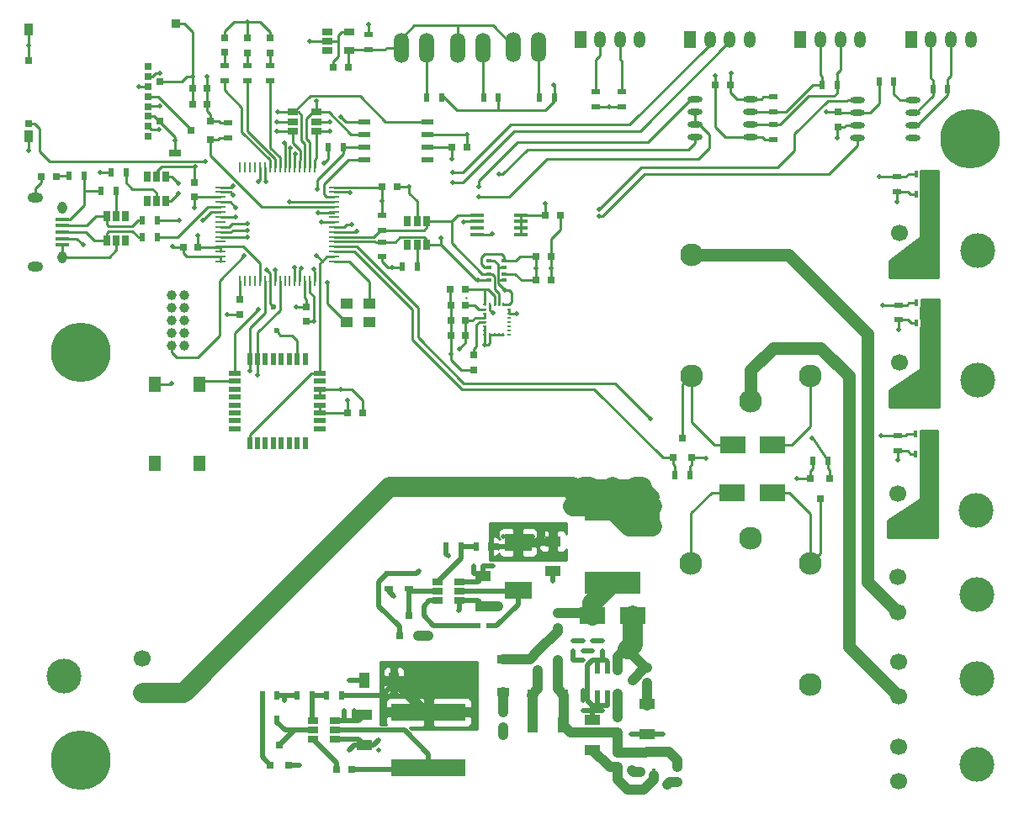
<source format=gbr>
G04 #@! TF.FileFunction,Copper,L1,Top,Signal*
%FSLAX46Y46*%
G04 Gerber Fmt 4.6, Leading zero omitted, Abs format (unit mm)*
G04 Created by KiCad (PCBNEW 4.0.2-stable) date 4/8/2016 7:07:07 PM*
%MOMM*%
G01*
G04 APERTURE LIST*
%ADD10C,0.100000*%
%ADD11C,2.300000*%
%ADD12R,0.700000X1.000000*%
%ADD13R,1.000000X0.250000*%
%ADD14R,0.250000X1.000000*%
%ADD15R,1.300000X1.550000*%
%ADD16R,1.200000X0.600000*%
%ADD17R,0.600000X1.200000*%
%ADD18R,1.450000X0.450000*%
%ADD19R,0.500000X0.350000*%
%ADD20R,0.800000X0.750000*%
%ADD21R,0.750000X0.800000*%
%ADD22R,1.600000X1.000000*%
%ADD23R,0.600000X0.500000*%
%ADD24R,1.000000X1.600000*%
%ADD25R,0.910000X1.220000*%
%ADD26R,1.220000X0.910000*%
%ADD27R,0.457200X0.711200*%
%ADD28R,2.499360X1.800860*%
%ADD29R,5.600000X2.300000*%
%ADD30R,2.700020X1.800860*%
%ADD31R,7.500000X1.800000*%
%ADD32R,1.350000X0.400000*%
%ADD33O,0.950000X1.250000*%
%ADD34O,1.550000X1.000000*%
%ADD35C,1.000000*%
%ADD36R,0.800100X0.800100*%
%ADD37R,0.410000X0.650000*%
%ADD38R,0.508000X0.699000*%
%ADD39R,0.500000X0.900000*%
%ADD40R,0.900000X0.500000*%
%ADD41O,1.506220X3.014980*%
%ADD42R,1.000000X0.700000*%
%ADD43R,0.400000X0.290000*%
%ADD44R,0.290000X0.400000*%
%ADD45R,1.060000X0.650000*%
%ADD46O,1.473200X0.609600*%
%ADD47R,1.143000X0.508000*%
%ADD48R,0.797560X0.797560*%
%ADD49R,1.200000X1.700000*%
%ADD50O,1.200000X1.700000*%
%ADD51R,1.150000X0.745000*%
%ADD52R,0.900000X0.950000*%
%ADD53R,0.750000X0.700000*%
%ADD54R,0.850000X1.200000*%
%ADD55R,0.750000X0.650000*%
%ADD56R,0.850000X1.300000*%
%ADD57R,1.300000X1.050000*%
%ADD58C,1.700000*%
%ADD59C,3.500000*%
%ADD60C,6.000000*%
%ADD61C,0.508000*%
%ADD62C,0.600000*%
%ADD63C,0.250000*%
%ADD64C,0.500000*%
%ADD65C,1.000000*%
%ADD66C,2.000000*%
%ADD67C,1.250000*%
%ADD68C,1.500000*%
%ADD69C,0.254000*%
G04 APERTURE END LIST*
D10*
D11*
X157423600Y-89875200D03*
X151423600Y-87325200D03*
X163423600Y-87325200D03*
X151423600Y-75125200D03*
D12*
X124780080Y-74174200D03*
X124780080Y-71774200D03*
X123830080Y-74174200D03*
X123830080Y-71774200D03*
X122880080Y-74174200D03*
X122880080Y-71774200D03*
D13*
X104078800Y-68335200D03*
X104078800Y-68835200D03*
X104078800Y-69335200D03*
X104078800Y-69835200D03*
X104078800Y-70335200D03*
X104078800Y-70835200D03*
X104078800Y-71335200D03*
X104078800Y-71835200D03*
X104078800Y-72335200D03*
X104078800Y-72835200D03*
X104078800Y-73335200D03*
X104078800Y-73835200D03*
X104078800Y-74335200D03*
X104078800Y-74835200D03*
X104078800Y-75335200D03*
X104078800Y-75835200D03*
D14*
X106028800Y-77785200D03*
X106528800Y-77785200D03*
X107028800Y-77785200D03*
X107528800Y-77785200D03*
X108028800Y-77785200D03*
X108528800Y-77785200D03*
X109028800Y-77785200D03*
X109528800Y-77785200D03*
X110028800Y-77785200D03*
X110528800Y-77785200D03*
X111028800Y-77785200D03*
X111528800Y-77785200D03*
X112028800Y-77785200D03*
X112528800Y-77785200D03*
X113028800Y-77785200D03*
X113528800Y-77785200D03*
D13*
X115478800Y-75835200D03*
X115478800Y-75335200D03*
X115478800Y-74835200D03*
X115478800Y-74335200D03*
X115478800Y-73835200D03*
X115478800Y-73335200D03*
X115478800Y-72835200D03*
X115478800Y-72335200D03*
X115478800Y-71835200D03*
X115478800Y-71335200D03*
X115478800Y-70835200D03*
X115478800Y-70335200D03*
X115478800Y-69835200D03*
X115478800Y-69335200D03*
X115478800Y-68835200D03*
X115478800Y-68335200D03*
D14*
X113528800Y-66385200D03*
X113028800Y-66385200D03*
X112528800Y-66385200D03*
X112028800Y-66385200D03*
X111528800Y-66385200D03*
X111028800Y-66385200D03*
X110528800Y-66385200D03*
X110028800Y-66385200D03*
X109528800Y-66385200D03*
X109028800Y-66385200D03*
X108528800Y-66385200D03*
X108028800Y-66385200D03*
X107528800Y-66385200D03*
X107028800Y-66385200D03*
X106528800Y-66385200D03*
X106028800Y-66385200D03*
D15*
X101919600Y-88176200D03*
X101919600Y-96126200D03*
X97419600Y-88176200D03*
X97419600Y-96126200D03*
D16*
X114028800Y-92665200D03*
X114028800Y-91865200D03*
X114028800Y-91065200D03*
X114028800Y-90265200D03*
X114028800Y-89465200D03*
X114028800Y-88665200D03*
X114028800Y-87865200D03*
X114028800Y-87065200D03*
D17*
X112578800Y-85615200D03*
X111778800Y-85615200D03*
X110978800Y-85615200D03*
X110178800Y-85615200D03*
X109378800Y-85615200D03*
X108578800Y-85615200D03*
X107778800Y-85615200D03*
X106978800Y-85615200D03*
D16*
X105528800Y-87065200D03*
X105528800Y-87865200D03*
X105528800Y-88665200D03*
X105528800Y-89465200D03*
X105528800Y-90265200D03*
X105528800Y-91065200D03*
X105528800Y-91865200D03*
X105528800Y-92665200D03*
D17*
X106978800Y-94115200D03*
X107778800Y-94115200D03*
X108578800Y-94115200D03*
X109378800Y-94115200D03*
X110178800Y-94115200D03*
X110978800Y-94115200D03*
X111778800Y-94115200D03*
X112578800Y-94115200D03*
D18*
X129890160Y-71130520D03*
X129890160Y-71780520D03*
X129890160Y-72430520D03*
X129890160Y-73080520D03*
X134290160Y-73080520D03*
X134290160Y-72430520D03*
X134290160Y-71780520D03*
X134290160Y-71130520D03*
D19*
X132611160Y-75768560D03*
X131061160Y-75768560D03*
X132611160Y-76418560D03*
X131061160Y-76418560D03*
X132611160Y-77068560D03*
X131061160Y-77068560D03*
X132611160Y-77718560D03*
X131061160Y-77718560D03*
D20*
X120331800Y-68326000D03*
X121831800Y-68326000D03*
D21*
X112674400Y-80377600D03*
X112674400Y-81877600D03*
D20*
X116818980Y-91041220D03*
X118318980Y-91041220D03*
D21*
X101447600Y-69342700D03*
X101447600Y-67842700D03*
D20*
X101791200Y-74371200D03*
X100291200Y-74371200D03*
D21*
X106019600Y-79666400D03*
X106019600Y-81166400D03*
D20*
X135785160Y-77683360D03*
X137285160Y-77683360D03*
X135785160Y-75321160D03*
X137285160Y-75321160D03*
D21*
X129560320Y-85244240D03*
X129560320Y-86744240D03*
D20*
X128720280Y-80187800D03*
X127220280Y-80187800D03*
X116878800Y-56235600D03*
X115378800Y-56235600D03*
X128730440Y-81742280D03*
X127230440Y-81742280D03*
X128730440Y-83296760D03*
X127230440Y-83296760D03*
D21*
X166156111Y-62283153D03*
X166156111Y-60783153D03*
D20*
X155335624Y-58064032D03*
X153835624Y-58064032D03*
X102715760Y-58404760D03*
X101215760Y-58404760D03*
X102736080Y-60022740D03*
X101236080Y-60022740D03*
X127316800Y-64287400D03*
X128816800Y-64287400D03*
D22*
X137500000Y-104000000D03*
X137500000Y-107000000D03*
D23*
X131050000Y-112500000D03*
X129950000Y-112500000D03*
D22*
X130500000Y-110500000D03*
X130500000Y-107500000D03*
X118500000Y-124500000D03*
X118500000Y-121500000D03*
D24*
X135500000Y-122500000D03*
X138500000Y-122500000D03*
D22*
X141500000Y-122000000D03*
X141500000Y-125000000D03*
D20*
X117250000Y-127000000D03*
X115750000Y-127000000D03*
D24*
X121500000Y-118000000D03*
X118500000Y-118000000D03*
D22*
X146989800Y-120369200D03*
X146989800Y-123369200D03*
D25*
X135365000Y-119500000D03*
X138635000Y-119500000D03*
D26*
X132500000Y-115865000D03*
X132500000Y-119135000D03*
D27*
X146329400Y-127228600D03*
X147650200Y-127228600D03*
X146989800Y-125196600D03*
D28*
X145498980Y-111500000D03*
X141501020Y-111500000D03*
D29*
X143500000Y-100800000D03*
X143500000Y-108200000D03*
D30*
X134000000Y-104099700D03*
X134000000Y-108900300D03*
D31*
X125000000Y-126800000D03*
X125000000Y-121200000D03*
D32*
X88125740Y-71571700D03*
X88125740Y-72221700D03*
X88125740Y-72871700D03*
X88125740Y-73521700D03*
X88125740Y-74171700D03*
D33*
X88125740Y-70371700D03*
X88125740Y-75371700D03*
D34*
X85425740Y-69371700D03*
X85425740Y-76371700D03*
D35*
X99136200Y-84277200D03*
X100406200Y-84277200D03*
X99136200Y-83007200D03*
X100406200Y-83007200D03*
X99136200Y-81737200D03*
X100406200Y-81737200D03*
X99136200Y-80467200D03*
X100406200Y-80467200D03*
X99136200Y-79197200D03*
X100406200Y-79197200D03*
D36*
X165338800Y-97678240D03*
X163438800Y-97678240D03*
X164388800Y-99677220D03*
X149595800Y-95590360D03*
X151495800Y-95590360D03*
X150545800Y-93591380D03*
X103057960Y-63586400D03*
X103057960Y-61686400D03*
X101058980Y-62636400D03*
D37*
X175993700Y-69049900D03*
X175993700Y-67017900D03*
X175343700Y-69049900D03*
X175343700Y-67017900D03*
X174693700Y-69049900D03*
X174693700Y-67017900D03*
X174043700Y-69049900D03*
X174043700Y-67017900D03*
X176019100Y-82003900D03*
X176019100Y-79971900D03*
X175369100Y-82003900D03*
X175369100Y-79971900D03*
X174719100Y-82003900D03*
X174719100Y-79971900D03*
X174069100Y-82003900D03*
X174069100Y-79971900D03*
X175930200Y-95186500D03*
X175930200Y-93154500D03*
X175280200Y-95186500D03*
X175280200Y-93154500D03*
X174630200Y-95186500D03*
X174630200Y-93154500D03*
X173980200Y-95186500D03*
X173980200Y-93154500D03*
D36*
X122050000Y-113500760D03*
X123950000Y-113500760D03*
X123000000Y-111501780D03*
X109050000Y-126500760D03*
X110950000Y-126500760D03*
X110000000Y-124501780D03*
D38*
X141999000Y-119354000D03*
X143000000Y-119354000D03*
X144001000Y-119354000D03*
X141999000Y-117000000D03*
X143009000Y-117000000D03*
X144001000Y-117000000D03*
D36*
X135999240Y-115050000D03*
X135999240Y-116950000D03*
X137998220Y-116000000D03*
D39*
X90335800Y-67208400D03*
X88835800Y-67208400D03*
X93561600Y-68732400D03*
X92061600Y-68732400D03*
X97676400Y-73406000D03*
X96176400Y-73406000D03*
X97676400Y-71704200D03*
X96176400Y-71704200D03*
D40*
X141836140Y-58744420D03*
X141836140Y-60244420D03*
X144475200Y-58744420D03*
X144475200Y-60244420D03*
X120319800Y-72657400D03*
X120319800Y-71157400D03*
X120319800Y-73849800D03*
X120319800Y-75349800D03*
X104449880Y-57605360D03*
X104449880Y-56105360D03*
X106735880Y-57630760D03*
X106735880Y-56130760D03*
D39*
X93064900Y-66840100D03*
X94564900Y-66840100D03*
X122353640Y-76321920D03*
X123853640Y-76321920D03*
X124827600Y-59334400D03*
X126327600Y-59334400D03*
X130517200Y-59334400D03*
X132017200Y-59334400D03*
X136156000Y-59334400D03*
X137656000Y-59334400D03*
D40*
X118973600Y-52996400D03*
X118973600Y-54496400D03*
D39*
X171808311Y-57723153D03*
X170308311Y-57723153D03*
X165164200Y-95910400D03*
X163664200Y-95910400D03*
D40*
X159665624Y-59269832D03*
X159665624Y-60769832D03*
X159665624Y-62038432D03*
X159665624Y-63538432D03*
D39*
X175729200Y-58445400D03*
X177229200Y-58445400D03*
X164578600Y-58013600D03*
X166078600Y-58013600D03*
X149770400Y-97332800D03*
X151270400Y-97332800D03*
D40*
X172148500Y-68783900D03*
X172148500Y-67283900D03*
X172275500Y-81687100D03*
X172275500Y-80187100D03*
X172186600Y-94869700D03*
X172186600Y-93369700D03*
X104780080Y-63353380D03*
X104780080Y-61853380D03*
D39*
X131250000Y-104500000D03*
X129750000Y-104500000D03*
X128250000Y-104500000D03*
X126750000Y-104500000D03*
D40*
X123000000Y-108750000D03*
X123000000Y-107250000D03*
X121000000Y-107250000D03*
X121000000Y-108750000D03*
D39*
X109750000Y-122000000D03*
X108250000Y-122000000D03*
X108250000Y-119500000D03*
X109750000Y-119500000D03*
X113250000Y-119500000D03*
X111750000Y-119500000D03*
D40*
X150000000Y-126750000D03*
X150000000Y-128250000D03*
D39*
X116250000Y-119500000D03*
X114750000Y-119500000D03*
D40*
X144000000Y-121750000D03*
X144000000Y-123250000D03*
X132500000Y-121250000D03*
X132500000Y-122750000D03*
X147000000Y-116750000D03*
X147000000Y-118250000D03*
X144000000Y-126750000D03*
X144000000Y-125250000D03*
X138000000Y-112750000D03*
X138000000Y-111250000D03*
D41*
X122224800Y-54279800D03*
X124764800Y-54279800D03*
X127939800Y-54279800D03*
X130479800Y-54279800D03*
X133553200Y-54254400D03*
X136093200Y-54254400D03*
D12*
X92623600Y-71291600D03*
X92623600Y-73691600D03*
X93573600Y-71291600D03*
X93573600Y-73691600D03*
X94523600Y-71291600D03*
X94523600Y-73691600D03*
X98587600Y-69703800D03*
X98587600Y-67303800D03*
X97637600Y-69703800D03*
X97637600Y-67303800D03*
X96687600Y-69703800D03*
X96687600Y-67303800D03*
D42*
X111296600Y-62697400D03*
X113696600Y-62697400D03*
X111296600Y-61747400D03*
X113696600Y-61747400D03*
X111296600Y-60797400D03*
X113696600Y-60797400D03*
D43*
X130605360Y-80185160D03*
D44*
X131185360Y-80185160D03*
X131615360Y-80185160D03*
X132045360Y-80185160D03*
X132475360Y-80185160D03*
D43*
X133055360Y-80185160D03*
X133055360Y-80615160D03*
X133055360Y-81045160D03*
X133055360Y-81475160D03*
X133055360Y-81905160D03*
X133055360Y-82335160D03*
X133055360Y-82765160D03*
X133055360Y-83195160D03*
D44*
X132475360Y-83195160D03*
X132045360Y-83195160D03*
X131615360Y-83195160D03*
X131185360Y-83195160D03*
D43*
X130605360Y-83195160D03*
X130605360Y-82765160D03*
X130605360Y-82335160D03*
X130605360Y-81905160D03*
X130605360Y-81475160D03*
X130605360Y-81045160D03*
X130605360Y-80615160D03*
D45*
X114825600Y-52694800D03*
X114825600Y-53644800D03*
X114825600Y-54594800D03*
X117025600Y-54594800D03*
X117025600Y-52694800D03*
D46*
X151791624Y-59499132D03*
X151791624Y-60769132D03*
X151791624Y-62039132D03*
X151791624Y-63309132D03*
X157379624Y-63309132D03*
X157379624Y-62039132D03*
X157379624Y-60769132D03*
X157379624Y-59499132D03*
D47*
X124841000Y-61747400D03*
X124841000Y-63017400D03*
X124841000Y-64287400D03*
X124841000Y-65557400D03*
X118491000Y-65557400D03*
X118491000Y-64287400D03*
X118491000Y-63017400D03*
X118491000Y-61747400D03*
D45*
X128100000Y-109950000D03*
X128100000Y-109000000D03*
X128100000Y-108050000D03*
X125900000Y-108050000D03*
X125900000Y-109950000D03*
X125900000Y-109000000D03*
X115600000Y-123950000D03*
X115600000Y-123000000D03*
X115600000Y-122050000D03*
X113400000Y-122050000D03*
X113400000Y-123950000D03*
X113400000Y-123000000D03*
D46*
X168111911Y-59602753D03*
X168111911Y-60872753D03*
X168111911Y-62142753D03*
X168111911Y-63412753D03*
X173699911Y-63412753D03*
X173699911Y-62142753D03*
X173699911Y-60872753D03*
X173699911Y-59602753D03*
D48*
X87541100Y-67233800D03*
X86042500Y-67233800D03*
X104449880Y-54785260D03*
X104449880Y-53286660D03*
X106735880Y-54810660D03*
X106735880Y-53312060D03*
X109047280Y-54810660D03*
X109047280Y-53312060D03*
D28*
X155557220Y-99085400D03*
X159555180Y-99085400D03*
X159605980Y-94284800D03*
X155608020Y-94284800D03*
D20*
X128699960Y-78623160D03*
X127199960Y-78623160D03*
D40*
X109047280Y-57630760D03*
X109047280Y-56130760D03*
D20*
X136760520Y-71140320D03*
X138260520Y-71140320D03*
D11*
X157409400Y-103647400D03*
X163409400Y-106197400D03*
X151409400Y-106197400D03*
X163409400Y-118397400D03*
D49*
X140246100Y-53454300D03*
D50*
X142246100Y-53454300D03*
X144246100Y-53454300D03*
X146246100Y-53454300D03*
D49*
X151295100Y-53454300D03*
D50*
X153295100Y-53454300D03*
X155295100Y-53454300D03*
X157295100Y-53454300D03*
D49*
X162420300Y-53454300D03*
D50*
X164420300Y-53454300D03*
X166420300Y-53454300D03*
X168420300Y-53454300D03*
D49*
X173545500Y-53454300D03*
D50*
X175545500Y-53454300D03*
X177545500Y-53454300D03*
X179545500Y-53454300D03*
D51*
X99473200Y-64927100D03*
D52*
X99548200Y-51892100D03*
D53*
X97973200Y-57717100D03*
X97973200Y-61717100D03*
X96773200Y-63217100D03*
X96773200Y-62217100D03*
X96773200Y-61217100D03*
X96773200Y-60217100D03*
X96773200Y-59217100D03*
X96773200Y-58217100D03*
X96773200Y-57217100D03*
X96773200Y-56217100D03*
D54*
X84748200Y-63179600D03*
D55*
X84723200Y-61942100D03*
X84723200Y-55592100D03*
D56*
X84748200Y-52454600D03*
D39*
X114896200Y-64287400D03*
X116396200Y-64287400D03*
D57*
X116756800Y-80050200D03*
X116756800Y-81900200D03*
X119056800Y-80050200D03*
X119056800Y-81900200D03*
D58*
X96175000Y-115826600D03*
X96175000Y-119326600D03*
D59*
X88265000Y-117576600D03*
D58*
X172339000Y-76448800D03*
X172339000Y-72948800D03*
D59*
X180249000Y-74698800D03*
D58*
X172339000Y-89481600D03*
X172339000Y-85981600D03*
D59*
X180249000Y-87731600D03*
D58*
X172201400Y-102664200D03*
X172201400Y-99164200D03*
D59*
X180111400Y-100914200D03*
D58*
X172252200Y-128165800D03*
X172252200Y-124665800D03*
D59*
X180162200Y-126415800D03*
D58*
X172277600Y-119606000D03*
X172277600Y-116106000D03*
D59*
X180187600Y-117856000D03*
D58*
X172226800Y-111097000D03*
X172226800Y-107597000D03*
D59*
X180136800Y-109347000D03*
D60*
X90000000Y-126000000D03*
X90000000Y-85000000D03*
X179500000Y-63500000D03*
D61*
X114452400Y-65913000D03*
X132500000Y-103500000D03*
X131500000Y-103500000D03*
X131500000Y-102500000D03*
X132500000Y-102500000D03*
X133500000Y-102500000D03*
X134500000Y-102500000D03*
X135500000Y-102500000D03*
X135500000Y-103500000D03*
X136500000Y-103500000D03*
X136500000Y-102500000D03*
X137500000Y-102500000D03*
X143141700Y-60274200D03*
X116837460Y-89801700D03*
X102709980Y-57203340D03*
X166090600Y-63373000D03*
X101803200Y-73202800D03*
X105613200Y-71323200D03*
X118973600Y-51968400D03*
X91973400Y-66840100D03*
X101447600Y-70434200D03*
X127330200Y-65506600D03*
X128082040Y-84627720D03*
X133817360Y-81046320D03*
X121351040Y-76408280D03*
X136748520Y-69997320D03*
X135773160Y-76489560D03*
X111683800Y-80365600D03*
X120319800Y-69748400D03*
X155448000Y-56845200D03*
X153847800Y-57073800D03*
X145389600Y-123367800D03*
X148615400Y-123367800D03*
X145415000Y-127025400D03*
X172161200Y-69799200D03*
X115087400Y-61747400D03*
X99472404Y-63667031D03*
X84734400Y-64617600D03*
X84709000Y-54051200D03*
X132500000Y-123500000D03*
X117000000Y-118000000D03*
X120000000Y-125000000D03*
X120000000Y-124000000D03*
X117000000Y-125000000D03*
X117000000Y-123950000D03*
X112000000Y-126500000D03*
X110500000Y-120000000D03*
X127000000Y-105500000D03*
X125000000Y-113500000D03*
X128000000Y-111000000D03*
X121500000Y-109500000D03*
X132000000Y-110500000D03*
X137500000Y-108000000D03*
X149000000Y-128500000D03*
X113055400Y-53670200D03*
X104759760Y-81175860D03*
X116189760Y-88689180D03*
X101224080Y-57188100D03*
X164998400Y-60756800D03*
X172300900Y-82715100D03*
X172212000Y-95796100D03*
X152933400Y-95605600D03*
X162026600Y-97663000D03*
X99161600Y-88138000D03*
X99212400Y-74320400D03*
X137617200Y-58013600D03*
X105613200Y-70408800D03*
X101485700Y-66281300D03*
X106735880Y-51673760D03*
X128828800Y-63017400D03*
X109728000Y-61747400D03*
X127238760Y-85181440D03*
X123037600Y-68326000D03*
X132669280Y-78719680D03*
X131404360Y-73070720D03*
X137297160Y-76489560D03*
X130616960Y-84211160D03*
X113487200Y-81864200D03*
X117094000Y-68910200D03*
D62*
X109372400Y-80391000D03*
X109728000Y-82778600D03*
D61*
X108712000Y-76657200D03*
X90220800Y-74168000D03*
X107797600Y-87274400D03*
X106984800Y-86817200D03*
X147294600Y-91668600D03*
X163601400Y-93573600D03*
X170383200Y-67259200D03*
X110515400Y-63906400D03*
X170662600Y-80187800D03*
X111057820Y-64414400D03*
X170510200Y-93319600D03*
X111557820Y-65024000D03*
X102285800Y-71666100D03*
X99910900Y-71691500D03*
X99796600Y-67983100D03*
X105283000Y-68173600D03*
X99796600Y-68999100D03*
X105321100Y-69126100D03*
X128480777Y-71852220D03*
X126253240Y-73466960D03*
X131470400Y-81000600D03*
X129926080Y-77729080D03*
X106730800Y-72034400D03*
X106730800Y-72694800D03*
X106730800Y-73355200D03*
X107848400Y-80670400D03*
X109524800Y-76631800D03*
X142163800Y-70561200D03*
X111531400Y-76377800D03*
X142138400Y-71247000D03*
X112217200Y-76479400D03*
X117754400Y-72796400D03*
X130048000Y-68326000D03*
X117221000Y-72085200D03*
X132054600Y-67056000D03*
X114198400Y-71831200D03*
X130048000Y-69316600D03*
X97942400Y-60198000D03*
X113690400Y-59690000D03*
X97866200Y-62534800D03*
X109829600Y-60782200D03*
X116179600Y-61239400D03*
X95834200Y-58242200D03*
X109728000Y-62687200D03*
X135999240Y-118000000D03*
X145500000Y-118000000D03*
X147500000Y-102500000D03*
X147500000Y-101500000D03*
X147500000Y-100500000D03*
X147500000Y-99500000D03*
X146500000Y-98500000D03*
X145500000Y-98500000D03*
X144500000Y-98500000D03*
X143500000Y-98500000D03*
X142500000Y-98500000D03*
X141500000Y-98500000D03*
X140500000Y-98500000D03*
X139500000Y-98500000D03*
X139500000Y-99500000D03*
X139500000Y-100500000D03*
X129500000Y-117000000D03*
X128500000Y-117000000D03*
X127500000Y-117000000D03*
X125500000Y-119000000D03*
X126500000Y-118000000D03*
X126500000Y-119000000D03*
X127500000Y-119000000D03*
X127500000Y-118000000D03*
X128500000Y-118000000D03*
X128500000Y-119000000D03*
X129500000Y-119000000D03*
X129500000Y-118000000D03*
X97993200Y-56870600D03*
X115036600Y-62687200D03*
X127406400Y-67838320D03*
X108597700Y-67784980D03*
X127406400Y-66888360D03*
X107899200Y-67772280D03*
X113461800Y-76581000D03*
X114782600Y-77901800D03*
X141500000Y-114000000D03*
X142500000Y-114000000D03*
X117500000Y-122050000D03*
X117500000Y-121000000D03*
X116500000Y-121000000D03*
X116500000Y-122050000D03*
X124000000Y-107000000D03*
X131500000Y-106500000D03*
X129500000Y-107250000D03*
X129500000Y-106500000D03*
X130500000Y-106500000D03*
X142500000Y-121000000D03*
X141500000Y-121000000D03*
X140500000Y-121000000D03*
X140500000Y-120000000D03*
X140500000Y-119000000D03*
X140500000Y-116000000D03*
X139500000Y-116000000D03*
X139500000Y-115000000D03*
X140500000Y-115000000D03*
X140500000Y-114000000D03*
X139500000Y-114000000D03*
X141500000Y-115000000D03*
X142500000Y-115000000D03*
X110972600Y-69799200D03*
X102514400Y-65735200D03*
X113842800Y-70891400D03*
X113792000Y-68554600D03*
X113741200Y-75209400D03*
X106451400Y-75234800D03*
D63*
X128766000Y-79481680D02*
X128803400Y-79481680D01*
X166990647Y-62142753D02*
X166850247Y-62283153D01*
X166850247Y-62283153D02*
X166156111Y-62283153D01*
X168111911Y-62142753D02*
X166990647Y-62142753D01*
X114896200Y-64287400D02*
X114896200Y-65469200D01*
X114896200Y-65469200D02*
X114452400Y-65913000D01*
D64*
X131500000Y-102500000D02*
X131500000Y-103500000D01*
X132500000Y-102500000D02*
X131500000Y-102500000D01*
X134500000Y-102500000D02*
X133500000Y-102500000D01*
X136500000Y-102500000D02*
X136500000Y-103500000D01*
X137500000Y-104000000D02*
X137500000Y-102500000D01*
X131250000Y-104500000D02*
X133599700Y-104500000D01*
X133599700Y-104500000D02*
X134000000Y-104099700D01*
X134000000Y-104099700D02*
X137400300Y-104099700D01*
X137400300Y-104099700D02*
X137500000Y-104000000D01*
D63*
X103057960Y-61686400D02*
X103057960Y-61020960D01*
X102736080Y-60699080D02*
X102736080Y-58425080D01*
X103057960Y-61020960D02*
X102736080Y-60699080D01*
X102736080Y-58425080D02*
X102715760Y-58404760D01*
X144475200Y-60244420D02*
X143171480Y-60244420D01*
X143111920Y-60244420D02*
X143141700Y-60274200D01*
X143111920Y-60244420D02*
X141836140Y-60244420D01*
X143171480Y-60244420D02*
X143141700Y-60274200D01*
X116818980Y-91041220D02*
X116818980Y-89820180D01*
X116818980Y-89820180D02*
X116837460Y-89801700D01*
X116818980Y-91041220D02*
X114052780Y-91041220D01*
X114052780Y-91041220D02*
X114028800Y-91065200D01*
X114028800Y-91065200D02*
X114028800Y-90265200D01*
X104780080Y-61853380D02*
X104060560Y-61853380D01*
X103893580Y-61686400D02*
X103057960Y-61686400D01*
X104060560Y-61853380D02*
X103893580Y-61686400D01*
X102715760Y-58404760D02*
X102715760Y-57209120D01*
X102715760Y-57209120D02*
X102709980Y-57203340D01*
X102736080Y-58425080D02*
X102715760Y-58404760D01*
X159665624Y-59269832D02*
X158688424Y-59269832D01*
X158459124Y-59499132D02*
X157379624Y-59499132D01*
X158688424Y-59269832D02*
X158459124Y-59499132D01*
X155335624Y-58064032D02*
X155334400Y-56933400D01*
X155334400Y-56933400D02*
X155371800Y-56896000D01*
X157379624Y-59499132D02*
X155995324Y-59499132D01*
X155335624Y-58839432D02*
X155335624Y-58064032D01*
X155995324Y-59499132D02*
X155335624Y-58839432D01*
X166156111Y-62283153D02*
X166105311Y-62333953D01*
X166105311Y-62333953D02*
X166105311Y-63260353D01*
X163423600Y-87325200D02*
X163423600Y-92379800D01*
X161518600Y-94284800D02*
X159605980Y-94284800D01*
X163423600Y-92379800D02*
X161518600Y-94284800D01*
X151409400Y-106197400D02*
X151409400Y-101142800D01*
X153466800Y-99085400D02*
X155557220Y-99085400D01*
X151409400Y-101142800D02*
X153466800Y-99085400D01*
X104078800Y-74335200D02*
X106339200Y-74335200D01*
X108028800Y-76024800D02*
X108028800Y-77785200D01*
X106339200Y-74335200D02*
X108028800Y-76024800D01*
X101791200Y-74371200D02*
X101791200Y-73214800D01*
X101791200Y-73214800D02*
X101803200Y-73202800D01*
X104078800Y-74835200D02*
X104078800Y-74335200D01*
X104078800Y-74335200D02*
X104042800Y-74371200D01*
X104042800Y-74371200D02*
X101791200Y-74371200D01*
X104078800Y-71335200D02*
X105601200Y-71335200D01*
X105601200Y-71335200D02*
X105613200Y-71323200D01*
X118973600Y-52996400D02*
X118973600Y-51968400D01*
X93064900Y-66840100D02*
X91973400Y-66840100D01*
X101447600Y-69342700D02*
X101447600Y-70434200D01*
X104078800Y-69335200D02*
X101455100Y-69335200D01*
X101455100Y-69335200D02*
X101447600Y-69342700D01*
X127316800Y-64287400D02*
X127316800Y-65493200D01*
X127316800Y-65493200D02*
X127330200Y-65506600D01*
X127316800Y-64287400D02*
X124841000Y-64287400D01*
X128730440Y-83296760D02*
X128730440Y-83979320D01*
X128730440Y-83979320D02*
X128082040Y-84627720D01*
X133055360Y-80615160D02*
X133055360Y-81045160D01*
X133055360Y-81045160D02*
X133056520Y-81046320D01*
X133056520Y-81046320D02*
X133817360Y-81046320D01*
X130605360Y-80185160D02*
X130605360Y-78623160D01*
X131615360Y-80185160D02*
X131615360Y-79291360D01*
X130947160Y-78623160D02*
X130605360Y-78623160D01*
X130605360Y-78623160D02*
X128699960Y-78623160D01*
X131615360Y-79291360D02*
X130947160Y-78623160D01*
X130605360Y-81475160D02*
X129669960Y-81475160D01*
X129402840Y-81742280D02*
X128730440Y-81742280D01*
X129669960Y-81475160D02*
X129402840Y-81742280D01*
X128730440Y-81742280D02*
X128730440Y-83296760D01*
X121351040Y-76408280D02*
X122267280Y-76408280D01*
X122267280Y-76408280D02*
X122353640Y-76321920D01*
X130605360Y-81475160D02*
X130605360Y-81045160D01*
X130605360Y-81045160D02*
X130596360Y-81036160D01*
X134290160Y-71130520D02*
X134290160Y-71780520D01*
X134290160Y-71780520D02*
X134290160Y-72430520D01*
X134290160Y-72430520D02*
X134290160Y-73080520D01*
X136760520Y-71140320D02*
X136760520Y-70009320D01*
X136760520Y-70009320D02*
X136748520Y-69997320D01*
X136760520Y-71140320D02*
X133751320Y-71140320D01*
X134299960Y-71140320D02*
X134290160Y-71130520D01*
X131061160Y-76418560D02*
X130596760Y-76418560D01*
X132611160Y-75334160D02*
X132611160Y-75768560D01*
X132344160Y-75067160D02*
X132611160Y-75334160D01*
X130642360Y-75067160D02*
X132344160Y-75067160D01*
X130286760Y-75422760D02*
X130642360Y-75067160D01*
X130286760Y-76108560D02*
X130286760Y-75422760D01*
X130596760Y-76418560D02*
X130286760Y-76108560D01*
X135785160Y-77683360D02*
X135785160Y-76501560D01*
X135785160Y-76477560D02*
X135773160Y-76489560D01*
X135785160Y-76477560D02*
X135785160Y-75321160D01*
X135785160Y-76501560D02*
X135773160Y-76489560D01*
X135785160Y-77683360D02*
X134325360Y-77683360D01*
X133710560Y-77068560D02*
X132611160Y-77068560D01*
X134325360Y-77683360D02*
X133710560Y-77068560D01*
X135785160Y-75321160D02*
X134198360Y-75321160D01*
X134198360Y-75321160D02*
X133750960Y-75768560D01*
X133750960Y-75768560D02*
X132611160Y-75768560D01*
X120319800Y-75349800D02*
X120319800Y-75819000D01*
X121376440Y-76382880D02*
X121351040Y-76408280D01*
X120904000Y-76403200D02*
X121351040Y-76408280D01*
X120319800Y-75819000D02*
X120904000Y-76403200D01*
X112528800Y-77785200D02*
X112528800Y-79458000D01*
X112674400Y-79603600D02*
X112674400Y-80377600D01*
X112528800Y-79458000D02*
X112674400Y-79603600D01*
X112674400Y-80377600D02*
X111695800Y-80377600D01*
X111695800Y-80377600D02*
X111683800Y-80365600D01*
X120319800Y-71157400D02*
X120319800Y-69748400D01*
X120331800Y-69736400D02*
X120319800Y-69748400D01*
X120331800Y-69736400D02*
X120331800Y-68326000D01*
X115478800Y-68335200D02*
X120322600Y-68335200D01*
X120322600Y-68335200D02*
X120331800Y-68326000D01*
X153835624Y-58064032D02*
X153835624Y-57085976D01*
D64*
X153835624Y-57085976D02*
X153847800Y-57073800D01*
X146989800Y-123369200D02*
X145391000Y-123369200D01*
X145391000Y-123369200D02*
X145389600Y-123367800D01*
X146989800Y-123369200D02*
X148614000Y-123369200D01*
X148614000Y-123369200D02*
X148615400Y-123367800D01*
D65*
X146329400Y-127228600D02*
X145618200Y-127228600D01*
X145618200Y-127228600D02*
X145415000Y-127025400D01*
D63*
X166156111Y-60783153D02*
X165024753Y-60783153D01*
X165024753Y-60783153D02*
X164998400Y-60756800D01*
X168111911Y-60872753D02*
X166245711Y-60872753D01*
X166245711Y-60872753D02*
X166156111Y-60783153D01*
X113696600Y-61747400D02*
X115087400Y-61747400D01*
X99472404Y-63307821D02*
X99472404Y-63667031D01*
X99472404Y-63291304D02*
X99472404Y-63307821D01*
X97398200Y-61217100D02*
X99472404Y-63291304D01*
X99473200Y-63667827D02*
X99472404Y-63667031D01*
X96773200Y-61217100D02*
X97398200Y-61217100D01*
X99473200Y-64927100D02*
X99473200Y-63667827D01*
X97973200Y-57717100D02*
X100118500Y-57717100D01*
X100647500Y-57188100D02*
X101224080Y-57188100D01*
X100118500Y-57717100D02*
X100647500Y-57188100D01*
X99548200Y-51892100D02*
X100406100Y-51892100D01*
X101224080Y-52710080D02*
X101224080Y-57188100D01*
X100406100Y-51892100D02*
X101224080Y-52710080D01*
X84748200Y-63179600D02*
X84748200Y-64603800D01*
X84748200Y-64603800D02*
X84734400Y-64617600D01*
X84723200Y-55592100D02*
X84723200Y-54065400D01*
X84723200Y-54065400D02*
X84709000Y-54051200D01*
X84748200Y-52454600D02*
X84748200Y-54012000D01*
X84748200Y-54012000D02*
X84709000Y-54051200D01*
D65*
X132500000Y-122750000D02*
X132500000Y-123500000D01*
D64*
X118500000Y-118000000D02*
X117000000Y-118000000D01*
X118500000Y-124500000D02*
X119500000Y-124500000D01*
X119500000Y-124500000D02*
X120000000Y-124000000D01*
X118500000Y-124500000D02*
X117500000Y-124500000D01*
X117500000Y-124500000D02*
X117000000Y-125000000D01*
X117000000Y-123950000D02*
X117950000Y-123950000D01*
X115600000Y-123950000D02*
X117000000Y-123950000D01*
X110950000Y-126500760D02*
X111999240Y-126500760D01*
X111999240Y-126500760D02*
X112000000Y-126500000D01*
X110500000Y-119500000D02*
X111750000Y-119500000D01*
X109750000Y-119500000D02*
X110500000Y-119500000D01*
X110500000Y-119500000D02*
X110500000Y-120000000D01*
X117950000Y-123950000D02*
X118500000Y-124500000D01*
X126750000Y-104500000D02*
X126750000Y-105250000D01*
X126750000Y-105250000D02*
X127000000Y-105500000D01*
D65*
X123950000Y-113500760D02*
X124999240Y-113500760D01*
X124999240Y-113500760D02*
X125000000Y-113500000D01*
D64*
X128100000Y-109950000D02*
X128100000Y-110900000D01*
X128100000Y-110900000D02*
X128000000Y-111000000D01*
X121000000Y-108750000D02*
X121000000Y-109000000D01*
X121000000Y-109000000D02*
X121500000Y-109500000D01*
X128100000Y-109950000D02*
X129950000Y-109950000D01*
X129950000Y-109950000D02*
X130500000Y-110500000D01*
D65*
X130500000Y-110500000D02*
X132000000Y-110500000D01*
D64*
X137500000Y-107000000D02*
X137500000Y-108000000D01*
D65*
X150000000Y-128250000D02*
X149250000Y-128250000D01*
X149250000Y-128250000D02*
X149000000Y-128500000D01*
D63*
X138260520Y-71140320D02*
X138260520Y-72584880D01*
X137285160Y-73560240D02*
X137285160Y-75321160D01*
X138260520Y-72584880D02*
X137285160Y-73560240D01*
X114825600Y-53644800D02*
X113080800Y-53644800D01*
X113080800Y-53644800D02*
X113055400Y-53670200D01*
X132475360Y-80185160D02*
X133055360Y-80185160D01*
X133055360Y-80185160D02*
X133360160Y-79880360D01*
X133360160Y-79880360D02*
X133360160Y-78973680D01*
X133360160Y-78973680D02*
X133106160Y-78719680D01*
X133106160Y-78719680D02*
X132669280Y-78719680D01*
X106019600Y-81166400D02*
X104769220Y-81166400D01*
X104769220Y-81166400D02*
X104759760Y-81175860D01*
X114052780Y-88689180D02*
X116189760Y-88689180D01*
X118318980Y-89789700D02*
X117218460Y-88689180D01*
X117218460Y-88689180D02*
X116189760Y-88689180D01*
X118318980Y-89789700D02*
X118318980Y-91041220D01*
X114052780Y-88689180D02*
X114028800Y-88713160D01*
X114028800Y-88713160D02*
X114028800Y-89465200D01*
X101236080Y-60022740D02*
X101236080Y-58425080D01*
X101236080Y-58425080D02*
X101215760Y-58404760D01*
X101215760Y-58404760D02*
X101215760Y-57196420D01*
X101215760Y-57196420D02*
X101224080Y-57188100D01*
X151495800Y-95590360D02*
X151495800Y-96271040D01*
X151270400Y-96496440D02*
X151270400Y-97332800D01*
X151495800Y-96271040D02*
X151270400Y-96496440D01*
X163438800Y-97678240D02*
X163438800Y-96918820D01*
X163664200Y-96693420D02*
X163664200Y-95910400D01*
X163438800Y-96918820D02*
X163664200Y-96693420D01*
X159665624Y-63538432D02*
X158790024Y-63538432D01*
X158560724Y-63309132D02*
X157379624Y-63309132D01*
X158790024Y-63538432D02*
X158560724Y-63309132D01*
X157379624Y-63309132D02*
X154877724Y-63309132D01*
X153835624Y-62267032D02*
X153835624Y-58064032D01*
X154877724Y-63309132D02*
X153835624Y-62267032D01*
X170308311Y-57723153D02*
X170308311Y-59946353D01*
X169381911Y-60872753D02*
X168111911Y-60872753D01*
X170308311Y-59946353D02*
X169381911Y-60872753D01*
X166156111Y-60783153D02*
X166181511Y-60757753D01*
X172148500Y-68580700D02*
X172148500Y-69684900D01*
X172275500Y-81687100D02*
X172275500Y-82689700D01*
X172275500Y-82689700D02*
X172300900Y-82715100D01*
X172186600Y-94869700D02*
X172186600Y-95770700D01*
X172186600Y-95770700D02*
X172212000Y-95796100D01*
X174043700Y-69049900D02*
X173494700Y-69049900D01*
X173228700Y-68783900D02*
X172148500Y-68783900D01*
X173494700Y-69049900D02*
X173228700Y-68783900D01*
X174069100Y-82003900D02*
X173570900Y-82003900D01*
X173254100Y-81687100D02*
X172275500Y-81687100D01*
X173570900Y-82003900D02*
X173254100Y-81687100D01*
X173980200Y-95186500D02*
X173507400Y-95186500D01*
X173190600Y-94869700D02*
X172186600Y-94869700D01*
X173507400Y-95186500D02*
X173190600Y-94869700D01*
X151495800Y-95590360D02*
X152918160Y-95590360D01*
X152918160Y-95590360D02*
X152933400Y-95605600D01*
X163438800Y-97678240D02*
X162041840Y-97678240D01*
X162041840Y-97678240D02*
X162026600Y-97663000D01*
X97419600Y-88176200D02*
X99123400Y-88176200D01*
X99123400Y-88176200D02*
X99161600Y-88138000D01*
X104078800Y-75835200D02*
X104078800Y-75335200D01*
X104078800Y-75335200D02*
X100684400Y-75335200D01*
X100291200Y-74942000D02*
X100291200Y-74371200D01*
X100684400Y-75335200D02*
X100291200Y-74942000D01*
X100291200Y-74371200D02*
X99263200Y-74371200D01*
X99263200Y-74371200D02*
X99212400Y-74320400D01*
X137656000Y-59334400D02*
X137656000Y-58052400D01*
X137656000Y-58052400D02*
X137617200Y-58013600D01*
X132017200Y-59334400D02*
X132017200Y-60464000D01*
X132017200Y-60464000D02*
X131876800Y-60604400D01*
X126327600Y-59334400D02*
X126327600Y-59092400D01*
X126327600Y-59092400D02*
X127839600Y-60604400D01*
X127839600Y-60604400D02*
X131876800Y-60604400D01*
X131876800Y-60604400D02*
X136702800Y-60604400D01*
X136702800Y-60604400D02*
X137656000Y-59651200D01*
X137656000Y-59651200D02*
X137656000Y-59334400D01*
X104078800Y-69835200D02*
X105039600Y-69835200D01*
X105039600Y-69835200D02*
X105613200Y-70408800D01*
X115925600Y-53644800D02*
X115925600Y-53035200D01*
X116266000Y-52694800D02*
X117025600Y-52694800D01*
X115925600Y-53035200D02*
X116266000Y-52694800D01*
X115378800Y-56235600D02*
X115378800Y-55715600D01*
X115925600Y-53644800D02*
X114825600Y-53644800D01*
X115925600Y-55168800D02*
X115925600Y-53644800D01*
X115378800Y-55715600D02*
X115925600Y-55168800D01*
X101447600Y-67842700D02*
X101447600Y-66319400D01*
X97637600Y-66751200D02*
X98107500Y-66281300D01*
X98107500Y-66281300D02*
X101485700Y-66281300D01*
X97637600Y-66751200D02*
X97637600Y-67303800D01*
X101447600Y-66319400D02*
X101485700Y-66281300D01*
X88125740Y-74171700D02*
X88125740Y-75371700D01*
X93573600Y-73691600D02*
X93573600Y-74676000D01*
X92877900Y-75371700D02*
X88125740Y-75371700D01*
X93573600Y-74676000D02*
X92877900Y-75371700D01*
X86042500Y-67233800D02*
X86042500Y-67881500D01*
X85425740Y-68498260D02*
X85425740Y-69371700D01*
X86042500Y-67881500D02*
X85425740Y-68498260D01*
X106735880Y-51673760D02*
X105440480Y-51673760D01*
X104449880Y-52664360D02*
X104449880Y-53286660D01*
X105440480Y-51673760D02*
X104449880Y-52664360D01*
X106735880Y-51673760D02*
X108031280Y-51673760D01*
X109047280Y-52689760D02*
X109047280Y-53312060D01*
X108031280Y-51673760D02*
X109047280Y-52689760D01*
X106735880Y-53312060D02*
X106735880Y-51673760D01*
X124841000Y-63017400D02*
X128828800Y-63017400D01*
X128816800Y-63029400D02*
X128828800Y-63017400D01*
X128816800Y-63029400D02*
X128816800Y-64287400D01*
X111296600Y-61747400D02*
X109728000Y-61747400D01*
X127238760Y-85181440D02*
X127238760Y-85704680D01*
X127230440Y-85173120D02*
X127238760Y-85181440D01*
X127230440Y-83296760D02*
X127230440Y-85173120D01*
X128278320Y-86744240D02*
X129560320Y-86744240D01*
X127238760Y-85704680D02*
X128278320Y-86744240D01*
X127230440Y-81742280D02*
X127230440Y-83296760D01*
X127199960Y-78623160D02*
X127199960Y-80167480D01*
X127199960Y-80167480D02*
X127230440Y-80197960D01*
X127230440Y-80197960D02*
X127230440Y-81742280D01*
X123830080Y-71774200D02*
X123830080Y-69743320D01*
X123037600Y-68326000D02*
X121831800Y-68326000D01*
X123037600Y-68950840D02*
X123037600Y-68326000D01*
X123830080Y-69743320D02*
X123037600Y-68950840D01*
X132019040Y-77718920D02*
X132019040Y-78069440D01*
X132019040Y-78069440D02*
X132669280Y-78719680D01*
X129890160Y-73080520D02*
X131394560Y-73080520D01*
X131394560Y-73080520D02*
X131404360Y-73070720D01*
X137297160Y-77671360D02*
X137297160Y-76489560D01*
X137285160Y-76477560D02*
X137297160Y-76489560D01*
X137285160Y-76477560D02*
X137285160Y-75321160D01*
X137297160Y-77671360D02*
X137285160Y-77683360D01*
X130997960Y-84211160D02*
X130616960Y-84211160D01*
X112687800Y-81864200D02*
X113487200Y-81864200D01*
X113028800Y-78942000D02*
X113487200Y-79298800D01*
X113487200Y-79298800D02*
X113487200Y-81864200D01*
X113028800Y-78942000D02*
X113028800Y-77785200D01*
X112687800Y-81864200D02*
X112674400Y-81877600D01*
X115478800Y-68835200D02*
X117019000Y-68835200D01*
X117019000Y-68835200D02*
X117094000Y-68910200D01*
X132611160Y-76418560D02*
X132019040Y-76413360D01*
X132611160Y-77718560D02*
X132019040Y-77718920D01*
X131061160Y-75768560D02*
X131546960Y-75768560D01*
X132019040Y-76098400D02*
X132019040Y-76413360D01*
X132019040Y-76413360D02*
X132019040Y-77718920D01*
X131546960Y-75768560D02*
X132019040Y-76098400D01*
X132475360Y-83195160D02*
X132045360Y-83195160D01*
X132045360Y-83195160D02*
X131615360Y-83195160D01*
X131615360Y-83195160D02*
X131185360Y-83195160D01*
X131185360Y-83195160D02*
X131175760Y-83204760D01*
X131175760Y-83204760D02*
X131175760Y-84033360D01*
X131175760Y-84033360D02*
X130997960Y-84211160D01*
X130605360Y-82335160D02*
X130605360Y-82765160D01*
X130605360Y-82765160D02*
X130605360Y-83195160D01*
X130605360Y-83195160D02*
X130616960Y-83206760D01*
X130616960Y-83206760D02*
X130616960Y-84211160D01*
X106028800Y-77785200D02*
X106028800Y-79657200D01*
X106028800Y-79657200D02*
X106019600Y-79666400D01*
X130605360Y-81905160D02*
X130093400Y-81905160D01*
X129560320Y-84622640D02*
X129560320Y-85244240D01*
X129829560Y-84353400D02*
X129560320Y-84622640D01*
X129829560Y-82169000D02*
X129829560Y-84353400D01*
X130093400Y-81905160D02*
X129829560Y-82169000D01*
X130605360Y-80615160D02*
X130048640Y-80615160D01*
X129621280Y-80187800D02*
X128720280Y-80187800D01*
X130048640Y-80615160D02*
X129621280Y-80187800D01*
X127939800Y-54279800D02*
X127939800Y-52070000D01*
X122224800Y-54279800D02*
X122224800Y-53390800D01*
X122224800Y-53390800D02*
X123545600Y-52070000D01*
X131445000Y-52070000D02*
X133654800Y-54279800D01*
X123545600Y-52070000D02*
X127939800Y-52070000D01*
X127939800Y-52070000D02*
X131445000Y-52070000D01*
X118973600Y-54496400D02*
X120560400Y-54496400D01*
X120777000Y-54279800D02*
X122224800Y-54279800D01*
X120560400Y-54496400D02*
X120777000Y-54279800D01*
X118973600Y-54496400D02*
X117124000Y-54496400D01*
X117124000Y-54496400D02*
X116878800Y-54741600D01*
X116878800Y-54741600D02*
X116878800Y-56235600D01*
X104449880Y-54785260D02*
X104449880Y-56105360D01*
X164388800Y-99677220D02*
X164388800Y-105218000D01*
X164388800Y-105218000D02*
X163409400Y-106197400D01*
X163409400Y-106197400D02*
X163409400Y-101204800D01*
X161290000Y-99085400D02*
X159555180Y-99085400D01*
X163409400Y-101204800D02*
X161290000Y-99085400D01*
X150545800Y-93591380D02*
X150545800Y-88203000D01*
X150545800Y-88203000D02*
X151423600Y-87325200D01*
X151423600Y-87325200D02*
X151423600Y-91987600D01*
X153720800Y-94284800D02*
X155608020Y-94284800D01*
X151423600Y-91987600D02*
X153720800Y-94284800D01*
X92061600Y-68732400D02*
X90424000Y-68732400D01*
X90424000Y-68732400D02*
X90335800Y-68644200D01*
X88125740Y-71571700D02*
X88930900Y-71571700D01*
X90335800Y-70166800D02*
X90335800Y-68644200D01*
X90335800Y-68644200D02*
X90335800Y-67208400D01*
X88930900Y-71571700D02*
X90335800Y-70166800D01*
X92623600Y-71291600D02*
X92623600Y-72100400D01*
X95758000Y-71704200D02*
X96176400Y-71704200D01*
X95199200Y-72263000D02*
X95758000Y-71704200D01*
X92786200Y-72263000D02*
X95199200Y-72263000D01*
X92623600Y-72100400D02*
X92786200Y-72263000D01*
X88125740Y-72221700D02*
X90566900Y-72221700D01*
X91497000Y-71291600D02*
X92623600Y-71291600D01*
X90566900Y-72221700D02*
X91497000Y-71291600D01*
X96176400Y-73406000D02*
X95834200Y-73406000D01*
X92623600Y-72959000D02*
X92623600Y-73691600D01*
X92811600Y-72771000D02*
X92623600Y-72959000D01*
X95199200Y-72771000D02*
X92811600Y-72771000D01*
X95834200Y-73406000D02*
X95199200Y-72771000D01*
X88125740Y-72871700D02*
X90524700Y-72871700D01*
X91344600Y-73691600D02*
X92623600Y-73691600D01*
X90524700Y-72871700D02*
X91344600Y-73691600D01*
X109042200Y-80060800D02*
X109372400Y-80391000D01*
X111778800Y-85615200D02*
X111778800Y-83788000D01*
X109016800Y-79273400D02*
X109016800Y-77798600D01*
X111252000Y-83261200D02*
X110083600Y-83261200D01*
X110083600Y-83261200D02*
X109728000Y-82778600D01*
X111778800Y-83788000D02*
X111252000Y-83261200D01*
X109016800Y-79273400D02*
X109042200Y-80060800D01*
X109028800Y-77785200D02*
X109028800Y-76974000D01*
X89574500Y-73521700D02*
X88125740Y-73521700D01*
X89574500Y-73521700D02*
X90220800Y-74168000D01*
X109028800Y-76974000D02*
X108712000Y-76657200D01*
X109016800Y-77798600D02*
X109003400Y-77785200D01*
X107797600Y-85634000D02*
X107797600Y-87274400D01*
X107797600Y-85634000D02*
X107778800Y-85615200D01*
X107778800Y-85615200D02*
X107778800Y-82975200D01*
X110028800Y-80725200D02*
X110028800Y-77785200D01*
X107778800Y-82975200D02*
X110028800Y-80725200D01*
X106978800Y-85615200D02*
X106978800Y-86811200D01*
X106978800Y-86811200D02*
X106984800Y-86817200D01*
X106978800Y-85615200D02*
X106978800Y-82505200D01*
X108528800Y-80955200D02*
X108528800Y-77785200D01*
X106978800Y-82505200D02*
X108528800Y-80955200D01*
X123926600Y-83479478D02*
X123926600Y-80504978D01*
X123926600Y-80504978D02*
X117756822Y-74335200D01*
X116228800Y-74335200D02*
X115478800Y-74335200D01*
X117756822Y-74335200D02*
X116228800Y-74335200D01*
X128524000Y-88112600D02*
X128524000Y-88076878D01*
X128524000Y-88076878D02*
X123926600Y-83479478D01*
X143742210Y-88112600D02*
X128524000Y-88112600D01*
X147294600Y-91668600D02*
X147294600Y-91664990D01*
X147294600Y-91664990D02*
X143742210Y-88112600D01*
X165164200Y-95910400D02*
X163614800Y-93587000D01*
X163614800Y-93587000D02*
X163601400Y-93573600D01*
X165338800Y-97678240D02*
X165338800Y-96812140D01*
X165164200Y-96637540D02*
X165164200Y-95910400D01*
X165338800Y-96812140D02*
X165164200Y-96637540D01*
X115478800Y-74835200D02*
X117513322Y-74835200D01*
X117513322Y-74835200D02*
X123367800Y-80689678D01*
X123367800Y-80689678D02*
X123367800Y-83693000D01*
X123367800Y-83693000D02*
X128371600Y-88696800D01*
X128371600Y-88696800D02*
X141681200Y-88696800D01*
X141681200Y-88696800D02*
X148574760Y-95590360D01*
X148574760Y-95590360D02*
X148945750Y-95590360D01*
X148945750Y-95590360D02*
X149595800Y-95590360D01*
X149595800Y-95590360D02*
X149595800Y-96207540D01*
X149770400Y-96382140D02*
X149770400Y-97332800D01*
X149595800Y-96207540D02*
X149770400Y-96382140D01*
X108232000Y-70335200D02*
X103057960Y-65161160D01*
X103057960Y-65161160D02*
X103057960Y-64236450D01*
X115478800Y-70335200D02*
X108232000Y-70335200D01*
X103057960Y-64236450D02*
X103057960Y-63586400D01*
X104780080Y-63353380D02*
X104004680Y-63353380D01*
X103771660Y-63586400D02*
X103057960Y-63586400D01*
X104004680Y-63353380D02*
X103771660Y-63586400D01*
X170357800Y-67259200D02*
X172123800Y-67259200D01*
X172123800Y-67259200D02*
X172148500Y-67283900D01*
X110528800Y-66385200D02*
X110528800Y-63919800D01*
X110528800Y-63919800D02*
X110515400Y-63906400D01*
X172148500Y-67283900D02*
X173000100Y-67283900D01*
X173266100Y-67017900D02*
X174043700Y-67017900D01*
X173000100Y-67283900D02*
X173266100Y-67017900D01*
X170662600Y-80187800D02*
X172274800Y-80187800D01*
X172274800Y-80187800D02*
X172275500Y-80187100D01*
X111028800Y-64443420D02*
X111057820Y-64414400D01*
X111028800Y-66385200D02*
X111028800Y-64443420D01*
X172275500Y-80187100D02*
X173127100Y-80187100D01*
X173342300Y-79971900D02*
X174069100Y-79971900D01*
X173127100Y-80187100D02*
X173342300Y-79971900D01*
X170510200Y-93319600D02*
X172136500Y-93319600D01*
X172136500Y-93319600D02*
X172186600Y-93369700D01*
X111528800Y-66385200D02*
X111528800Y-65053020D01*
X111528800Y-65053020D02*
X111557820Y-65024000D01*
X172186600Y-93369700D02*
X172962000Y-93369700D01*
X173177200Y-93154500D02*
X173980200Y-93154500D01*
X172962000Y-93369700D02*
X173177200Y-93154500D01*
X93561600Y-68732400D02*
X93561600Y-71279600D01*
X93561600Y-71279600D02*
X93573600Y-71291600D01*
X97676400Y-73406000D02*
X99695000Y-73406000D01*
X102765800Y-70335200D02*
X104078800Y-70335200D01*
X99695000Y-73406000D02*
X102765800Y-70335200D01*
X103116700Y-70835200D02*
X102285800Y-71666100D01*
X104078800Y-70835200D02*
X103116700Y-70835200D01*
X99898200Y-71704200D02*
X99910900Y-71691500D01*
X99898200Y-71704200D02*
X97676400Y-71704200D01*
X141836140Y-58744420D02*
X141836140Y-55516780D01*
X142246100Y-55106820D02*
X142246100Y-53454300D01*
X141836140Y-55516780D02*
X142246100Y-55106820D01*
X99117300Y-67303800D02*
X99796600Y-67983100D01*
X99117300Y-67303800D02*
X98587600Y-67303800D01*
X104078800Y-68335200D02*
X105121400Y-68335200D01*
X105121400Y-68335200D02*
X105283000Y-68173600D01*
X144475200Y-58744420D02*
X144475200Y-55664100D01*
X144475200Y-55664100D02*
X144246100Y-55435000D01*
X144246100Y-55435000D02*
X144246100Y-53454300D01*
X99091900Y-69703800D02*
X99796600Y-68999100D01*
X98587600Y-69703800D02*
X99091900Y-69703800D01*
X104078800Y-68835200D02*
X105030200Y-68835200D01*
X105030200Y-68835200D02*
X105321100Y-69126100D01*
X120119800Y-72657400D02*
X120319800Y-72657400D01*
X119428391Y-73348809D02*
X120119800Y-72657400D01*
X116242409Y-73348809D02*
X119428391Y-73348809D01*
X115478800Y-73335200D02*
X116228800Y-73335200D01*
X116228800Y-73335200D02*
X116242409Y-73348809D01*
X129890160Y-71130520D02*
X127939440Y-71130520D01*
X127939440Y-71130520D02*
X127323583Y-71746377D01*
X127331132Y-71746377D02*
X127323583Y-71746377D01*
X127323583Y-71746377D02*
X124807903Y-71746377D01*
X124807903Y-71746377D02*
X124780080Y-71774200D01*
X131061160Y-77068560D02*
X130398400Y-77068560D01*
X130398400Y-77068560D02*
X127335280Y-74005440D01*
X127335280Y-74005440D02*
X127331132Y-71746377D01*
X120319800Y-72657400D02*
X124517720Y-72657400D01*
X124517720Y-72657400D02*
X124780080Y-72395040D01*
X124780080Y-72395040D02*
X124780080Y-71774200D01*
X132045360Y-80185160D02*
X132045360Y-79076200D01*
X131373760Y-77068560D02*
X131061160Y-77068560D01*
X131619038Y-77313838D02*
X131373760Y-77068560D01*
X131619038Y-78649878D02*
X131619038Y-77313838D01*
X132045360Y-79076200D02*
X131619038Y-78649878D01*
X116227189Y-73833589D02*
X116228800Y-73835200D01*
X119636011Y-73833589D02*
X116227189Y-73833589D01*
X116228800Y-73835200D02*
X115478800Y-73835200D01*
X119619800Y-73849800D02*
X119636011Y-73833589D01*
X120319800Y-73849800D02*
X119619800Y-73849800D01*
X128552477Y-71780520D02*
X128480777Y-71852220D01*
X129890160Y-71780520D02*
X128552477Y-71780520D01*
X131185360Y-80715560D02*
X131470400Y-81000600D01*
X131185360Y-80715560D02*
X131185360Y-80185160D01*
X126264520Y-74174200D02*
X126264520Y-73478240D01*
X126264520Y-73478240D02*
X126253240Y-73466960D01*
X126268480Y-73482200D02*
X126273560Y-73482200D01*
X126253240Y-73466960D02*
X126268480Y-73482200D01*
X129926080Y-77729080D02*
X129819400Y-77729080D01*
X129926080Y-77729080D02*
X129936600Y-77718560D01*
X131061160Y-77718560D02*
X129936600Y-77718560D01*
X126264520Y-74174200D02*
X124780080Y-74174200D01*
X129819400Y-77729080D02*
X126264520Y-74174200D01*
X120319800Y-73849800D02*
X121664160Y-73849800D01*
X124780080Y-73599080D02*
X124780080Y-74174200D01*
X124571760Y-73390760D02*
X124780080Y-73599080D01*
X122123200Y-73390760D02*
X124571760Y-73390760D01*
X121664160Y-73849800D02*
X122123200Y-73390760D01*
X104449880Y-57605360D02*
X104449880Y-58577480D01*
X109028800Y-65579560D02*
X109028800Y-66385200D01*
X106199940Y-62750700D02*
X109028800Y-65579560D01*
X106199940Y-60327540D02*
X106199940Y-62750700D01*
X104449880Y-58577480D02*
X106199940Y-60327540D01*
X106735880Y-61808360D02*
X106735880Y-62692280D01*
X106735880Y-57630760D02*
X106735880Y-61808360D01*
X109528800Y-65485200D02*
X109528800Y-66385200D01*
X106735880Y-62692280D02*
X109528800Y-65485200D01*
X109047280Y-63281560D02*
X109047280Y-64363600D01*
X109047280Y-57630760D02*
X109047280Y-63281560D01*
X110028800Y-65345120D02*
X110028800Y-66385200D01*
X109047280Y-64363600D02*
X110028800Y-65345120D01*
X97637600Y-69703800D02*
X97637600Y-68922900D01*
X94564900Y-67869500D02*
X94564900Y-66840100D01*
X95199200Y-68503800D02*
X94564900Y-67869500D01*
X97218500Y-68503800D02*
X95199200Y-68503800D01*
X97637600Y-68922900D02*
X97218500Y-68503800D01*
X123830080Y-74174200D02*
X123830080Y-76298360D01*
X123830080Y-76298360D02*
X123853640Y-76321920D01*
X124764800Y-54279800D02*
X124764800Y-59271600D01*
X124764800Y-59271600D02*
X124827600Y-59334400D01*
X106730800Y-72034400D02*
X105206800Y-72034400D01*
X104906000Y-72335200D02*
X104078800Y-72335200D01*
X105206800Y-72034400D02*
X104906000Y-72335200D01*
X130479800Y-54279800D02*
X130479800Y-59297000D01*
X130479800Y-59297000D02*
X130517200Y-59334400D01*
X106730800Y-72694800D02*
X105257600Y-72694800D01*
X105117200Y-72835200D02*
X104078800Y-72835200D01*
X105257600Y-72694800D02*
X105117200Y-72835200D01*
X106730800Y-72694800D02*
X106781600Y-72694800D01*
X136093200Y-54254400D02*
X136093200Y-59271600D01*
X136093200Y-59271600D02*
X136156000Y-59334400D01*
X106730800Y-73355200D02*
X104098800Y-73355200D01*
X104098800Y-73355200D02*
X104078800Y-73335200D01*
X106730800Y-73355200D02*
X106781600Y-73355200D01*
X171808311Y-57723153D02*
X171808311Y-58981153D01*
X172429911Y-59602753D02*
X173699911Y-59602753D01*
X171808311Y-58981153D02*
X172429911Y-59602753D01*
X164420300Y-57046880D02*
X164578600Y-57205180D01*
X164578600Y-57205180D02*
X164578600Y-58013600D01*
X163677600Y-58013600D02*
X160921368Y-60769832D01*
X160921368Y-60769832D02*
X159665624Y-60769832D01*
X164578600Y-58013600D02*
X163677600Y-58013600D01*
X164420300Y-53454300D02*
X164420300Y-57046880D01*
X159665624Y-60769832D02*
X157380324Y-60769832D01*
X157380324Y-60769832D02*
X157379624Y-60769132D01*
X166053200Y-56913080D02*
X166078600Y-56938480D01*
X166078600Y-56938480D02*
X166078600Y-58013600D01*
X165811200Y-59131200D02*
X166078600Y-58863800D01*
X166078600Y-58863800D02*
X166078600Y-58013600D01*
X163272856Y-59131200D02*
X165811200Y-59131200D01*
X159665624Y-62038432D02*
X160365624Y-62038432D01*
X160365624Y-62038432D02*
X163272856Y-59131200D01*
X166420300Y-53454300D02*
X166420300Y-56545980D01*
X166420300Y-56545980D02*
X166053200Y-56913080D01*
X159665624Y-62038432D02*
X157380324Y-62038432D01*
X157380324Y-62038432D02*
X157379624Y-62039132D01*
X175545500Y-53454300D02*
X175545500Y-57384700D01*
X175545500Y-57384700D02*
X175729200Y-57568400D01*
X175729200Y-57568400D02*
X175729200Y-58445400D01*
X175729200Y-58445400D02*
X175729200Y-59145400D01*
X175729200Y-59145400D02*
X174001847Y-60872753D01*
X174001847Y-60872753D02*
X173699911Y-60872753D01*
X177545500Y-53454300D02*
X177545500Y-57099700D01*
X177545500Y-57099700D02*
X177229200Y-57416000D01*
X177229200Y-57416000D02*
X177229200Y-58445400D01*
X177215800Y-58658800D02*
X177215800Y-59058664D01*
X177215800Y-59058664D02*
X174131711Y-62142753D01*
X174131711Y-62142753D02*
X173699911Y-62142753D01*
X177229200Y-58445400D02*
X177229200Y-58645400D01*
X177229200Y-58645400D02*
X177215800Y-58658800D01*
X105528800Y-87865200D02*
X102230600Y-87865200D01*
X102230600Y-87865200D02*
X101919600Y-88176200D01*
X105528800Y-82990000D02*
X107848400Y-80670400D01*
X109524800Y-76631800D02*
X109528800Y-76635800D01*
X109528800Y-77785200D02*
X109528800Y-76635800D01*
X105528800Y-82990000D02*
X105528800Y-87065200D01*
X168111911Y-59602753D02*
X167125311Y-59602753D01*
X165176200Y-59639200D02*
X161823400Y-62992000D01*
X167125311Y-59602753D02*
X167088864Y-59639200D01*
X167088864Y-59639200D02*
X165176200Y-59639200D01*
X161823400Y-62992000D02*
X161823400Y-64617600D01*
X161823400Y-64617600D02*
X160121600Y-66319400D01*
X160121600Y-66319400D02*
X146405600Y-66319400D01*
X146405600Y-66319400D02*
X142163800Y-70561200D01*
X168111911Y-59602753D02*
X167680111Y-59602753D01*
X111528800Y-77785200D02*
X111528800Y-76380400D01*
X111528800Y-76380400D02*
X111531400Y-76377800D01*
X165277800Y-66979800D02*
X168111911Y-64145689D01*
X168111911Y-64145689D02*
X168111911Y-63412753D01*
X146764810Y-66979800D02*
X165277800Y-66979800D01*
X142138400Y-71247000D02*
X142497610Y-71247000D01*
X142497610Y-71247000D02*
X146764810Y-66979800D01*
X112028800Y-76667800D02*
X112217200Y-76479400D01*
X112028800Y-77785200D02*
X112028800Y-76667800D01*
X133934200Y-63830200D02*
X130048000Y-67716400D01*
X130048000Y-67716400D02*
X130048000Y-68326000D01*
X147028756Y-63830200D02*
X133934200Y-63830200D01*
X151791624Y-59499132D02*
X151359824Y-59499132D01*
X151359824Y-59499132D02*
X147028756Y-63830200D01*
X115516200Y-72847200D02*
X117754400Y-72847200D01*
X117754400Y-72872600D02*
X117729000Y-72872600D01*
X130108960Y-68265040D02*
X130048000Y-68326000D01*
X151155400Y-64541400D02*
X151791624Y-63905176D01*
X151791624Y-63905176D02*
X151791624Y-63309132D01*
X134928410Y-64541400D02*
X151155400Y-64541400D01*
X132054600Y-67056000D02*
X132413810Y-67056000D01*
X132413810Y-67056000D02*
X134928410Y-64541400D01*
X117221000Y-72085200D02*
X116738400Y-72085200D01*
X116488400Y-72335200D02*
X115478800Y-72335200D01*
X116738400Y-72085200D02*
X116488400Y-72335200D01*
X151791624Y-63309132D02*
X152175164Y-63309132D01*
X153238200Y-64363600D02*
X153238200Y-63053908D01*
X153238200Y-63053908D02*
X152223424Y-62039132D01*
X152223424Y-62039132D02*
X151791624Y-62039132D01*
X152120600Y-65481200D02*
X153238200Y-64363600D01*
X136931400Y-65481200D02*
X152120600Y-65481200D01*
X133096000Y-69316600D02*
X136931400Y-65481200D01*
X130048000Y-69316600D02*
X133096000Y-69316600D01*
X114198400Y-71831200D02*
X115474800Y-71831200D01*
X115474800Y-71831200D02*
X115478800Y-71835200D01*
X130087950Y-69276650D02*
X130048000Y-69316600D01*
X151791624Y-61086632D02*
X151791624Y-60769132D01*
X151791624Y-62039132D02*
X151791624Y-61086632D01*
X151791624Y-61086632D02*
X151756064Y-61086632D01*
X118491000Y-65557400D02*
X116916200Y-65557400D01*
X114699600Y-69335200D02*
X115478800Y-69335200D01*
X114452400Y-69088000D02*
X114699600Y-69335200D01*
X114452400Y-68021200D02*
X114452400Y-69088000D01*
X116916200Y-65557400D02*
X114452400Y-68021200D01*
X118491000Y-63017400D02*
X117174676Y-63017400D01*
X114446600Y-60797400D02*
X113696600Y-60797400D01*
X117174676Y-63017400D02*
X114954676Y-60797400D01*
X114954676Y-60797400D02*
X114446600Y-60797400D01*
X97942400Y-60198000D02*
X96792300Y-60198000D01*
X96792300Y-60198000D02*
X96773200Y-60217100D01*
X113696600Y-60797400D02*
X113696600Y-59696200D01*
X113696600Y-59696200D02*
X113690400Y-59690000D01*
X113395800Y-60797400D02*
X112725200Y-61468000D01*
X112725200Y-61468000D02*
X112725200Y-63474600D01*
X112725200Y-63474600D02*
X113028800Y-63778200D01*
X113028800Y-63778200D02*
X113028800Y-66385200D01*
X124841000Y-61747400D02*
X120675400Y-61747400D01*
X120675400Y-61747400D02*
X118088998Y-59160998D01*
X113083002Y-59160998D02*
X111446600Y-60797400D01*
X118088998Y-59160998D02*
X113083002Y-59160998D01*
X111446600Y-60797400D02*
X111296600Y-60797400D01*
X97866200Y-62534800D02*
X97090900Y-62534800D01*
X97090900Y-62534800D02*
X96773200Y-62217100D01*
X111296600Y-60797400D02*
X109844800Y-60797400D01*
X109844800Y-60797400D02*
X109829600Y-60782200D01*
X112217200Y-61137800D02*
X112217200Y-61087000D01*
X112217200Y-61137800D02*
X112217200Y-63627000D01*
X112217200Y-63627000D02*
X112528800Y-63938600D01*
X112528800Y-66385200D02*
X112528800Y-63938600D01*
X111927600Y-60797400D02*
X111296600Y-60797400D01*
X112217200Y-61087000D02*
X111927600Y-60797400D01*
X116687600Y-61747400D02*
X116433599Y-61493399D01*
X116433599Y-61493399D02*
X116179600Y-61239400D01*
X118491000Y-61747400D02*
X116687600Y-61747400D01*
X95859300Y-58217100D02*
X96773200Y-58217100D01*
X95834200Y-58242200D02*
X95859300Y-58217100D01*
X112028800Y-65635200D02*
X112028800Y-66385200D01*
X112086822Y-64675621D02*
X112086822Y-65577178D01*
X111296600Y-62697400D02*
X111296600Y-63885399D01*
X112086822Y-65577178D02*
X112028800Y-65635200D01*
X111296600Y-63885399D02*
X112086822Y-64675621D01*
X109738200Y-62697400D02*
X109728000Y-62687200D01*
X109738200Y-62697400D02*
X111296600Y-62697400D01*
D64*
X131050000Y-112500000D02*
X131850000Y-112500000D01*
X131850000Y-112500000D02*
X134000000Y-110350000D01*
X134000000Y-110350000D02*
X134000000Y-110300730D01*
X134000000Y-110300730D02*
X134000000Y-108900300D01*
X128100000Y-109000000D02*
X133900300Y-109000000D01*
X133900300Y-109000000D02*
X134000000Y-108900300D01*
X125500000Y-112500000D02*
X129950000Y-112500000D01*
X124500000Y-111500000D02*
X125500000Y-112500000D01*
X124500000Y-110500000D02*
X124500000Y-111500000D01*
X125050000Y-109950000D02*
X124500000Y-110500000D01*
X125900000Y-109950000D02*
X125050000Y-109950000D01*
D65*
X135999240Y-116950000D02*
X135999240Y-118000000D01*
X135999240Y-118000000D02*
X135999240Y-118865760D01*
X147000000Y-116750000D02*
X146750000Y-116750000D01*
X146750000Y-116750000D02*
X145500000Y-118000000D01*
X135500000Y-122500000D02*
X135500000Y-119635000D01*
X135500000Y-119635000D02*
X135365000Y-119500000D01*
X135999240Y-118865760D02*
X135365000Y-119500000D01*
X147000000Y-116750000D02*
X146800000Y-116750000D01*
X146800000Y-116750000D02*
X145498980Y-115448980D01*
X145498980Y-115448980D02*
X145498980Y-114400430D01*
X145000000Y-115000000D02*
X144651500Y-115000000D01*
X144651500Y-115000000D02*
X144001000Y-115650500D01*
X144001000Y-115650500D02*
X144001000Y-117000000D01*
X145000000Y-114899410D02*
X145000000Y-115000000D01*
D66*
X145498980Y-111500000D02*
X145498980Y-114400430D01*
X145498980Y-114400430D02*
X145000000Y-114899410D01*
D65*
X146989800Y-125196600D02*
X149174200Y-125196600D01*
X149174200Y-125196600D02*
X150000000Y-126022400D01*
X150000000Y-126022400D02*
X150000000Y-126750000D01*
X144000000Y-125250000D02*
X146766000Y-125250000D01*
X144000000Y-123250000D02*
X144000000Y-125250000D01*
X144000000Y-123250000D02*
X139250000Y-123250000D01*
X139250000Y-123250000D02*
X138500000Y-122500000D01*
X138635000Y-119500000D02*
X138635000Y-122365000D01*
X138635000Y-122365000D02*
X138500000Y-122500000D01*
X137998220Y-116000000D02*
X137998220Y-118863220D01*
X137998220Y-118863220D02*
X138635000Y-119500000D01*
X144000000Y-126750000D02*
X143250000Y-126750000D01*
X143250000Y-126750000D02*
X141500000Y-125000000D01*
X144000000Y-128000000D02*
X144000000Y-126750000D01*
X145000000Y-129000000D02*
X144000000Y-128000000D01*
X146609802Y-129000000D02*
X145000000Y-129000000D01*
X147660400Y-127516000D02*
X147660400Y-127949402D01*
X147660400Y-127949402D02*
X146609802Y-129000000D01*
D64*
X117250000Y-127000000D02*
X124800000Y-127000000D01*
X124800000Y-127000000D02*
X125000000Y-126800000D01*
X115600000Y-123000000D02*
X122600000Y-123000000D01*
X122600000Y-123000000D02*
X125000000Y-125400000D01*
X125000000Y-125400000D02*
X125000000Y-126800000D01*
X115750000Y-127000000D02*
X115750000Y-126300000D01*
X115750000Y-126300000D02*
X113400000Y-123950000D01*
D65*
X147000000Y-118250000D02*
X147000000Y-120500000D01*
X132500000Y-115865000D02*
X135184240Y-115865000D01*
X135184240Y-115865000D02*
X135999240Y-115050000D01*
X138000000Y-112750000D02*
X138000000Y-113049240D01*
X138000000Y-113049240D02*
X135999240Y-115050000D01*
X132500000Y-119135000D02*
X132500000Y-121250000D01*
D64*
X123000000Y-111501780D02*
X123000000Y-108750000D01*
X125900000Y-109000000D02*
X123250000Y-109000000D01*
X123250000Y-109000000D02*
X123000000Y-108750000D01*
X109750000Y-122000000D02*
X109750000Y-122200000D01*
X109750000Y-122200000D02*
X110550000Y-123000000D01*
X110550000Y-123000000D02*
X111501780Y-123000000D01*
X113400000Y-123000000D02*
X111501780Y-123000000D01*
X111501780Y-123000000D02*
X110000000Y-124501780D01*
D65*
X144000000Y-121750000D02*
X144000000Y-119355000D01*
X144000000Y-119355000D02*
X144001000Y-119354000D01*
D64*
X128250000Y-104500000D02*
X128250000Y-105700000D01*
X128250000Y-105700000D02*
X125900000Y-108050000D01*
X128250000Y-104500000D02*
X129750000Y-104500000D01*
X113250000Y-119500000D02*
X113250000Y-121900000D01*
X113250000Y-121900000D02*
X113400000Y-122050000D01*
X113250000Y-119500000D02*
X114750000Y-119500000D01*
D63*
X88835800Y-67208400D02*
X87566500Y-67208400D01*
X87566500Y-67208400D02*
X87541100Y-67233800D01*
X106735880Y-54810660D02*
X106735880Y-56130760D01*
X106659680Y-56044400D02*
X106720640Y-56105360D01*
X109047280Y-54810660D02*
X109047280Y-56130760D01*
X109103160Y-56110440D02*
X109133640Y-56140920D01*
D67*
X169189400Y-83108800D02*
X169189400Y-84074000D01*
X169189400Y-83108800D02*
X161205800Y-75125200D01*
X161205800Y-75125200D02*
X151423600Y-75125200D01*
X169189400Y-108102400D02*
X169189400Y-84074000D01*
X171334001Y-110247001D02*
X169189400Y-108102400D01*
X172226800Y-111097000D02*
X171376801Y-110247001D01*
D63*
X171376801Y-110247001D02*
X171334001Y-110247001D01*
D66*
X121108400Y-98500000D02*
X102260400Y-117348000D01*
X102260400Y-117348000D02*
X102260400Y-117398800D01*
X102260400Y-117398800D02*
X100358000Y-119301200D01*
X100358000Y-119301200D02*
X96276600Y-119301200D01*
X139500000Y-98500000D02*
X121108400Y-98500000D01*
D68*
X143500000Y-98500000D02*
X141500000Y-98500000D01*
X145500000Y-98500000D02*
X143500000Y-98500000D01*
X147500000Y-100500000D02*
X147500000Y-102500000D01*
X146500000Y-98500000D02*
X147500000Y-99500000D01*
D66*
X143500000Y-98500000D02*
X143500000Y-100800000D01*
X147500000Y-100500000D02*
X143800000Y-100500000D01*
X143800000Y-100500000D02*
X143500000Y-100800000D01*
X139500000Y-100500000D02*
X143200000Y-100500000D01*
X143200000Y-100500000D02*
X143500000Y-100800000D01*
X140500000Y-98500000D02*
X141200000Y-98500000D01*
X141200000Y-98500000D02*
X143500000Y-100800000D01*
X146500000Y-98500000D02*
X145800000Y-98500000D01*
X145800000Y-98500000D02*
X143500000Y-100800000D01*
X147500000Y-102500000D02*
X145200000Y-102500000D01*
X145200000Y-102500000D02*
X143500000Y-100800000D01*
D64*
X147500000Y-101500000D02*
X147500000Y-102500000D01*
X145500000Y-98500000D02*
X146500000Y-98500000D01*
X142500000Y-98500000D02*
X143500000Y-98500000D01*
X140500000Y-98500000D02*
X141500000Y-98500000D01*
D68*
X139500000Y-99500000D02*
X139500000Y-98500000D01*
D64*
X128500000Y-117000000D02*
X129500000Y-117000000D01*
X125500000Y-119000000D02*
X127500000Y-117000000D01*
X121500000Y-118000000D02*
X126500000Y-118000000D01*
X126500000Y-118000000D02*
X127500000Y-118000000D01*
X127500000Y-119000000D02*
X126500000Y-119000000D01*
X127500000Y-118000000D02*
X128500000Y-118000000D01*
X128500000Y-118000000D02*
X129500000Y-118000000D01*
X129500000Y-119000000D02*
X128500000Y-119000000D01*
X116250000Y-119500000D02*
X120300000Y-119500000D01*
X120300000Y-119500000D02*
X121500000Y-118300000D01*
X121500000Y-118300000D02*
X121500000Y-118000000D01*
D65*
X125000000Y-121200000D02*
X124700000Y-121200000D01*
X124700000Y-121200000D02*
X121500000Y-118000000D01*
D63*
X96773200Y-57217100D02*
X97164100Y-57217100D01*
X115026400Y-62697400D02*
X113696600Y-62697400D01*
X115026400Y-62697400D02*
X115036600Y-62687200D01*
X97510600Y-56870600D02*
X97993200Y-56870600D01*
X97164100Y-57217100D02*
X97510600Y-56870600D01*
X113696600Y-62697400D02*
X113696600Y-65424200D01*
X113528800Y-65592000D02*
X113528800Y-66385200D01*
X113696600Y-65424200D02*
X113528800Y-65592000D01*
X155295100Y-53454300D02*
X155295100Y-53668160D01*
X108528800Y-67716080D02*
X108597700Y-67784980D01*
X108528800Y-67716080D02*
X108528800Y-66385200D01*
X128440180Y-67838320D02*
X127406400Y-67838320D01*
X133581140Y-62697360D02*
X128440180Y-67838320D01*
X146265900Y-62697360D02*
X133581140Y-62697360D01*
X155295100Y-53668160D02*
X146265900Y-62697360D01*
X153295100Y-53454300D02*
X153295100Y-53991760D01*
X108028800Y-67642680D02*
X107899200Y-67772280D01*
X108028800Y-67642680D02*
X108028800Y-66385200D01*
X128440180Y-66888360D02*
X127406400Y-66888360D01*
X133273800Y-62054740D02*
X128440180Y-66888360D01*
X145232120Y-62054740D02*
X133273800Y-62054740D01*
X153295100Y-53991760D02*
X145232120Y-62054740D01*
D67*
X167309800Y-87376000D02*
X167309800Y-88341200D01*
X172277600Y-119606000D02*
X167309800Y-114638200D01*
X167309800Y-114638200D02*
X167309800Y-88341200D01*
X164439600Y-84505800D02*
X159689800Y-84505800D01*
X167309800Y-87376000D02*
X164439600Y-84505800D01*
X159689800Y-84505800D02*
X157423600Y-86772000D01*
X157423600Y-86772000D02*
X157423600Y-89875200D01*
D63*
X113461800Y-76758800D02*
X113528800Y-76825800D01*
X113528800Y-76825800D02*
X113528800Y-77785200D01*
X113461800Y-76581000D02*
X113461800Y-76758800D01*
X116756800Y-81900200D02*
X116631800Y-81900200D01*
X116631800Y-81900200D02*
X114782600Y-80051000D01*
X114782600Y-80051000D02*
X114782600Y-77901800D01*
X115478800Y-75835200D02*
X117034000Y-75835200D01*
X119056800Y-77858000D02*
X119056800Y-80050200D01*
X117034000Y-75835200D02*
X119056800Y-77858000D01*
D65*
X138000000Y-111250000D02*
X141251020Y-111250000D01*
X141251020Y-111250000D02*
X141501020Y-111500000D01*
D66*
X141501020Y-111500000D02*
X141501020Y-110198980D01*
X141501020Y-110198980D02*
X143500000Y-108200000D01*
D64*
X142500000Y-114000000D02*
X141500000Y-114000000D01*
X123000000Y-107250000D02*
X123750000Y-107250000D01*
X123750000Y-107250000D02*
X124000000Y-107000000D01*
X116500000Y-122050000D02*
X117500000Y-122050000D01*
X117500000Y-122050000D02*
X117950000Y-122050000D01*
X117500000Y-121000000D02*
X117500000Y-122050000D01*
X116500000Y-122050000D02*
X116500000Y-121000000D01*
X115600000Y-122050000D02*
X116500000Y-122050000D01*
X108250000Y-122000000D02*
X108250000Y-119500000D01*
X108250000Y-122000000D02*
X108250000Y-125700760D01*
X108250000Y-125700760D02*
X109050000Y-126500760D01*
X117950000Y-122050000D02*
X118500000Y-121500000D01*
X130500000Y-106500000D02*
X131500000Y-106500000D01*
X129500000Y-107250000D02*
X130250000Y-107250000D01*
X129500000Y-106500000D02*
X129500000Y-107250000D01*
X130500000Y-107500000D02*
X130500000Y-106500000D01*
X120000000Y-110550710D02*
X120000000Y-108050000D01*
X120000000Y-108050000D02*
X120800000Y-107250000D01*
X120800000Y-107250000D02*
X121000000Y-107250000D01*
X122050000Y-113500760D02*
X122050000Y-112600710D01*
X122050000Y-112600710D02*
X120000000Y-110550710D01*
X121000000Y-107250000D02*
X123000000Y-107250000D01*
X130250000Y-107250000D02*
X130500000Y-107500000D01*
X128100000Y-108050000D02*
X129950000Y-108050000D01*
X129950000Y-108050000D02*
X130500000Y-107500000D01*
X141500000Y-121000000D02*
X142500000Y-121000000D01*
X141500000Y-120500000D02*
X141500000Y-121000000D01*
X141500000Y-121000000D02*
X141500000Y-122000000D01*
X140500000Y-121000000D02*
X141500000Y-121000000D01*
X140500000Y-119000000D02*
X140500000Y-120000000D01*
X139500000Y-116000000D02*
X140500000Y-116000000D01*
X139500000Y-115000000D02*
X139500000Y-116000000D01*
X140500000Y-114000000D02*
X139500000Y-114000000D01*
X141500000Y-115000000D02*
X140500000Y-115000000D01*
X142500000Y-116000000D02*
X142000000Y-116000000D01*
X142858500Y-116000000D02*
X142500000Y-116000000D01*
X142500000Y-116000000D02*
X142500000Y-115000000D01*
X141000000Y-120000000D02*
X141500000Y-120500000D01*
X141500000Y-120500000D02*
X142000000Y-120500000D01*
X141000000Y-116500000D02*
X141000000Y-120000000D01*
X141500000Y-116000000D02*
X141000000Y-116500000D01*
X142000000Y-116000000D02*
X141500000Y-116000000D01*
X142000000Y-120500000D02*
X141999000Y-120499000D01*
X141999000Y-120499000D02*
X141999000Y-119354000D01*
X143000000Y-120500000D02*
X142000000Y-120500000D01*
X143000000Y-119354000D02*
X143000000Y-120500000D01*
X142000000Y-116000000D02*
X141999000Y-116001000D01*
X141999000Y-116001000D02*
X141999000Y-117000000D01*
X143009000Y-117000000D02*
X143009000Y-116150500D01*
X143009000Y-116150500D02*
X142858500Y-116000000D01*
D63*
X101058980Y-62636400D02*
X101058980Y-62501780D01*
X101058980Y-62501780D02*
X97774300Y-59217100D01*
X97774300Y-59217100D02*
X96773200Y-59217100D01*
X84723200Y-61942100D02*
X85348200Y-61942100D01*
X85348200Y-61942100D02*
X85852000Y-62445900D01*
X85852000Y-62445900D02*
X85852000Y-64719200D01*
X85852000Y-64719200D02*
X86868000Y-65735200D01*
X86868000Y-65735200D02*
X98929702Y-65735200D01*
X98929702Y-65735200D02*
X102514400Y-65735200D01*
X111008600Y-69835200D02*
X110972600Y-69799200D01*
X115478800Y-69835200D02*
X111008600Y-69835200D01*
X113842800Y-70891400D02*
X115422600Y-70891400D01*
X115422600Y-70891400D02*
X115478800Y-70835200D01*
X113766600Y-68529200D02*
X113792000Y-68554600D01*
X113766600Y-67617000D02*
X113766600Y-68529200D01*
X116396200Y-64287400D02*
X116396200Y-64987400D01*
X116396200Y-64987400D02*
X113766600Y-67617000D01*
X118491000Y-64287400D02*
X116396200Y-64287400D01*
X113741200Y-75209400D02*
X114274600Y-75742800D01*
X114274600Y-75742800D02*
X114274600Y-75789400D01*
X114728800Y-75335200D02*
X114274600Y-75789400D01*
X114274600Y-75789400D02*
X114028800Y-76035200D01*
X103936800Y-83286600D02*
X103936800Y-77749400D01*
X103936800Y-77749400D02*
X106451400Y-75234800D01*
X101752400Y-85471000D02*
X103936800Y-83286600D01*
X99622894Y-85471000D02*
X101752400Y-85471000D01*
X99136200Y-84277200D02*
X99136200Y-84984306D01*
X99136200Y-84984306D02*
X99622894Y-85471000D01*
X114028800Y-87065200D02*
X113178800Y-87065200D01*
X113178800Y-87065200D02*
X106978800Y-93265200D01*
X106978800Y-93265200D02*
X106978800Y-94115200D01*
X114028800Y-86515200D02*
X114028800Y-87065200D01*
X114028800Y-76035200D02*
X114028800Y-86515200D01*
X115478800Y-75335200D02*
X114728800Y-75335200D01*
D69*
G36*
X138873000Y-103224010D02*
X138838327Y-103140302D01*
X138659699Y-102961673D01*
X138426310Y-102865000D01*
X138031750Y-102865000D01*
X137873000Y-103023750D01*
X137873000Y-103750000D01*
X137893000Y-103750000D01*
X137893000Y-104250000D01*
X137873000Y-104250000D01*
X137873000Y-104976250D01*
X138031750Y-105135000D01*
X138426310Y-105135000D01*
X138659699Y-105038327D01*
X138838327Y-104859698D01*
X138873000Y-104775990D01*
X138873000Y-105873000D01*
X131127000Y-105873000D01*
X131127000Y-103573750D01*
X131375000Y-103573750D01*
X131375000Y-104275000D01*
X131976250Y-104275000D01*
X132014990Y-104236260D01*
X132014990Y-104472702D01*
X132173738Y-104472702D01*
X132014990Y-104631450D01*
X132014990Y-104763740D01*
X131976250Y-104725000D01*
X131375000Y-104725000D01*
X131375000Y-105426250D01*
X131533750Y-105585000D01*
X131626309Y-105585000D01*
X131859698Y-105488327D01*
X132038327Y-105309699D01*
X132064613Y-105246239D01*
X132111663Y-105359828D01*
X132290291Y-105538457D01*
X132523680Y-105635130D01*
X133468250Y-105635130D01*
X133627000Y-105476380D01*
X133627000Y-104472700D01*
X134373000Y-104472700D01*
X134373000Y-105476380D01*
X134531750Y-105635130D01*
X135476320Y-105635130D01*
X135709709Y-105538457D01*
X135888337Y-105359828D01*
X135985010Y-105126439D01*
X135985010Y-104631450D01*
X135826260Y-104472700D01*
X134373000Y-104472700D01*
X133627000Y-104472700D01*
X133607000Y-104472700D01*
X133607000Y-104408750D01*
X136065000Y-104408750D01*
X136065000Y-104626309D01*
X136161673Y-104859698D01*
X136340301Y-105038327D01*
X136573690Y-105135000D01*
X136968250Y-105135000D01*
X137127000Y-104976250D01*
X137127000Y-104250000D01*
X136223750Y-104250000D01*
X136065000Y-104408750D01*
X133607000Y-104408750D01*
X133607000Y-103726700D01*
X133627000Y-103726700D01*
X133627000Y-102723020D01*
X134373000Y-102723020D01*
X134373000Y-103726700D01*
X135826260Y-103726700D01*
X135985010Y-103567950D01*
X135985010Y-103373691D01*
X136065000Y-103373691D01*
X136065000Y-103591250D01*
X136223750Y-103750000D01*
X137127000Y-103750000D01*
X137127000Y-103023750D01*
X136968250Y-102865000D01*
X136573690Y-102865000D01*
X136340301Y-102961673D01*
X136161673Y-103140302D01*
X136065000Y-103373691D01*
X135985010Y-103373691D01*
X135985010Y-103072961D01*
X135888337Y-102839572D01*
X135709709Y-102660943D01*
X135476320Y-102564270D01*
X134531750Y-102564270D01*
X134373000Y-102723020D01*
X133627000Y-102723020D01*
X133468250Y-102564270D01*
X132523680Y-102564270D01*
X132290291Y-102660943D01*
X132111663Y-102839572D01*
X132014990Y-103072961D01*
X132014990Y-103567950D01*
X132173738Y-103726698D01*
X132053403Y-103726698D01*
X132038327Y-103690301D01*
X131859698Y-103511673D01*
X131626309Y-103415000D01*
X131533750Y-103415000D01*
X131375000Y-103573750D01*
X131127000Y-103573750D01*
X131127000Y-102127000D01*
X138873000Y-102127000D01*
X138873000Y-103224010D01*
X138873000Y-103224010D01*
G37*
X138873000Y-103224010D02*
X138838327Y-103140302D01*
X138659699Y-102961673D01*
X138426310Y-102865000D01*
X138031750Y-102865000D01*
X137873000Y-103023750D01*
X137873000Y-103750000D01*
X137893000Y-103750000D01*
X137893000Y-104250000D01*
X137873000Y-104250000D01*
X137873000Y-104976250D01*
X138031750Y-105135000D01*
X138426310Y-105135000D01*
X138659699Y-105038327D01*
X138838327Y-104859698D01*
X138873000Y-104775990D01*
X138873000Y-105873000D01*
X131127000Y-105873000D01*
X131127000Y-103573750D01*
X131375000Y-103573750D01*
X131375000Y-104275000D01*
X131976250Y-104275000D01*
X132014990Y-104236260D01*
X132014990Y-104472702D01*
X132173738Y-104472702D01*
X132014990Y-104631450D01*
X132014990Y-104763740D01*
X131976250Y-104725000D01*
X131375000Y-104725000D01*
X131375000Y-105426250D01*
X131533750Y-105585000D01*
X131626309Y-105585000D01*
X131859698Y-105488327D01*
X132038327Y-105309699D01*
X132064613Y-105246239D01*
X132111663Y-105359828D01*
X132290291Y-105538457D01*
X132523680Y-105635130D01*
X133468250Y-105635130D01*
X133627000Y-105476380D01*
X133627000Y-104472700D01*
X134373000Y-104472700D01*
X134373000Y-105476380D01*
X134531750Y-105635130D01*
X135476320Y-105635130D01*
X135709709Y-105538457D01*
X135888337Y-105359828D01*
X135985010Y-105126439D01*
X135985010Y-104631450D01*
X135826260Y-104472700D01*
X134373000Y-104472700D01*
X133627000Y-104472700D01*
X133607000Y-104472700D01*
X133607000Y-104408750D01*
X136065000Y-104408750D01*
X136065000Y-104626309D01*
X136161673Y-104859698D01*
X136340301Y-105038327D01*
X136573690Y-105135000D01*
X136968250Y-105135000D01*
X137127000Y-104976250D01*
X137127000Y-104250000D01*
X136223750Y-104250000D01*
X136065000Y-104408750D01*
X133607000Y-104408750D01*
X133607000Y-103726700D01*
X133627000Y-103726700D01*
X133627000Y-102723020D01*
X134373000Y-102723020D01*
X134373000Y-103726700D01*
X135826260Y-103726700D01*
X135985010Y-103567950D01*
X135985010Y-103373691D01*
X136065000Y-103373691D01*
X136065000Y-103591250D01*
X136223750Y-103750000D01*
X137127000Y-103750000D01*
X137127000Y-103023750D01*
X136968250Y-102865000D01*
X136573690Y-102865000D01*
X136340301Y-102961673D01*
X136161673Y-103140302D01*
X136065000Y-103373691D01*
X135985010Y-103373691D01*
X135985010Y-103072961D01*
X135888337Y-102839572D01*
X135709709Y-102660943D01*
X135476320Y-102564270D01*
X134531750Y-102564270D01*
X134373000Y-102723020D01*
X133627000Y-102723020D01*
X133468250Y-102564270D01*
X132523680Y-102564270D01*
X132290291Y-102660943D01*
X132111663Y-102839572D01*
X132014990Y-103072961D01*
X132014990Y-103567950D01*
X132173738Y-103726698D01*
X132053403Y-103726698D01*
X132038327Y-103690301D01*
X131859698Y-103511673D01*
X131626309Y-103415000D01*
X131533750Y-103415000D01*
X131375000Y-103573750D01*
X131127000Y-103573750D01*
X131127000Y-102127000D01*
X138873000Y-102127000D01*
X138873000Y-103224010D01*
G36*
X129873000Y-122873000D02*
X123218290Y-122873000D01*
X123080290Y-122735000D01*
X124468250Y-122735000D01*
X124627000Y-122576250D01*
X124627000Y-121573000D01*
X125373000Y-121573000D01*
X125373000Y-122576250D01*
X125531750Y-122735000D01*
X128876310Y-122735000D01*
X129109699Y-122638327D01*
X129288327Y-122459698D01*
X129385000Y-122226309D01*
X129385000Y-121731750D01*
X129226250Y-121573000D01*
X125373000Y-121573000D01*
X124627000Y-121573000D01*
X120773750Y-121573000D01*
X120615000Y-121731750D01*
X120615000Y-122226309D01*
X120711673Y-122459698D01*
X120724975Y-122473000D01*
X120127000Y-122473000D01*
X120127000Y-120173691D01*
X120615000Y-120173691D01*
X120615000Y-120668250D01*
X120773750Y-120827000D01*
X124627000Y-120827000D01*
X124627000Y-119823750D01*
X125373000Y-119823750D01*
X125373000Y-120827000D01*
X129226250Y-120827000D01*
X129385000Y-120668250D01*
X129385000Y-120173691D01*
X129288327Y-119940302D01*
X129109699Y-119761673D01*
X128876310Y-119665000D01*
X125531750Y-119665000D01*
X125373000Y-119823750D01*
X124627000Y-119823750D01*
X124468250Y-119665000D01*
X121123690Y-119665000D01*
X120890301Y-119761673D01*
X120711673Y-119940302D01*
X120615000Y-120173691D01*
X120127000Y-120173691D01*
X120127000Y-118531750D01*
X120365000Y-118531750D01*
X120365000Y-118926310D01*
X120461673Y-119159699D01*
X120640302Y-119338327D01*
X120873691Y-119435000D01*
X121091250Y-119435000D01*
X121250000Y-119276250D01*
X121250000Y-118373000D01*
X121750000Y-118373000D01*
X121750000Y-119276250D01*
X121908750Y-119435000D01*
X122126309Y-119435000D01*
X122359698Y-119338327D01*
X122538327Y-119159699D01*
X122635000Y-118926310D01*
X122635000Y-118531750D01*
X122476250Y-118373000D01*
X121750000Y-118373000D01*
X121250000Y-118373000D01*
X120523750Y-118373000D01*
X120365000Y-118531750D01*
X120127000Y-118531750D01*
X120127000Y-117073690D01*
X120365000Y-117073690D01*
X120365000Y-117468250D01*
X120523750Y-117627000D01*
X121250000Y-117627000D01*
X121250000Y-116723750D01*
X121750000Y-116723750D01*
X121750000Y-117627000D01*
X122476250Y-117627000D01*
X122635000Y-117468250D01*
X122635000Y-117073690D01*
X122538327Y-116840301D01*
X122359698Y-116661673D01*
X122126309Y-116565000D01*
X121908750Y-116565000D01*
X121750000Y-116723750D01*
X121250000Y-116723750D01*
X121091250Y-116565000D01*
X120873691Y-116565000D01*
X120640302Y-116661673D01*
X120461673Y-116840301D01*
X120365000Y-117073690D01*
X120127000Y-117073690D01*
X120127000Y-116127000D01*
X129873000Y-116127000D01*
X129873000Y-122873000D01*
X129873000Y-122873000D01*
G37*
X129873000Y-122873000D02*
X123218290Y-122873000D01*
X123080290Y-122735000D01*
X124468250Y-122735000D01*
X124627000Y-122576250D01*
X124627000Y-121573000D01*
X125373000Y-121573000D01*
X125373000Y-122576250D01*
X125531750Y-122735000D01*
X128876310Y-122735000D01*
X129109699Y-122638327D01*
X129288327Y-122459698D01*
X129385000Y-122226309D01*
X129385000Y-121731750D01*
X129226250Y-121573000D01*
X125373000Y-121573000D01*
X124627000Y-121573000D01*
X120773750Y-121573000D01*
X120615000Y-121731750D01*
X120615000Y-122226309D01*
X120711673Y-122459698D01*
X120724975Y-122473000D01*
X120127000Y-122473000D01*
X120127000Y-120173691D01*
X120615000Y-120173691D01*
X120615000Y-120668250D01*
X120773750Y-120827000D01*
X124627000Y-120827000D01*
X124627000Y-119823750D01*
X125373000Y-119823750D01*
X125373000Y-120827000D01*
X129226250Y-120827000D01*
X129385000Y-120668250D01*
X129385000Y-120173691D01*
X129288327Y-119940302D01*
X129109699Y-119761673D01*
X128876310Y-119665000D01*
X125531750Y-119665000D01*
X125373000Y-119823750D01*
X124627000Y-119823750D01*
X124468250Y-119665000D01*
X121123690Y-119665000D01*
X120890301Y-119761673D01*
X120711673Y-119940302D01*
X120615000Y-120173691D01*
X120127000Y-120173691D01*
X120127000Y-118531750D01*
X120365000Y-118531750D01*
X120365000Y-118926310D01*
X120461673Y-119159699D01*
X120640302Y-119338327D01*
X120873691Y-119435000D01*
X121091250Y-119435000D01*
X121250000Y-119276250D01*
X121250000Y-118373000D01*
X121750000Y-118373000D01*
X121750000Y-119276250D01*
X121908750Y-119435000D01*
X122126309Y-119435000D01*
X122359698Y-119338327D01*
X122538327Y-119159699D01*
X122635000Y-118926310D01*
X122635000Y-118531750D01*
X122476250Y-118373000D01*
X121750000Y-118373000D01*
X121250000Y-118373000D01*
X120523750Y-118373000D01*
X120365000Y-118531750D01*
X120127000Y-118531750D01*
X120127000Y-117073690D01*
X120365000Y-117073690D01*
X120365000Y-117468250D01*
X120523750Y-117627000D01*
X121250000Y-117627000D01*
X121250000Y-116723750D01*
X121750000Y-116723750D01*
X121750000Y-117627000D01*
X122476250Y-117627000D01*
X122635000Y-117468250D01*
X122635000Y-117073690D01*
X122538327Y-116840301D01*
X122359698Y-116661673D01*
X122126309Y-116565000D01*
X121908750Y-116565000D01*
X121750000Y-116723750D01*
X121250000Y-116723750D01*
X121091250Y-116565000D01*
X120873691Y-116565000D01*
X120640302Y-116661673D01*
X120461673Y-116840301D01*
X120365000Y-117073690D01*
X120127000Y-117073690D01*
X120127000Y-116127000D01*
X129873000Y-116127000D01*
X129873000Y-122873000D01*
G36*
X176276000Y-77393800D02*
X171323000Y-77393800D01*
X171323000Y-75705309D01*
X174471819Y-73381181D01*
X174505631Y-73343788D01*
X174523400Y-73279000D01*
X174523400Y-69413053D01*
X174531126Y-69374900D01*
X174531126Y-68724900D01*
X174523400Y-68683840D01*
X174523400Y-67381053D01*
X174531126Y-67342900D01*
X174531126Y-66692900D01*
X174527758Y-66675000D01*
X176276000Y-66675000D01*
X176276000Y-77393800D01*
X176276000Y-77393800D01*
G37*
X176276000Y-77393800D02*
X171323000Y-77393800D01*
X171323000Y-75705309D01*
X174471819Y-73381181D01*
X174505631Y-73343788D01*
X174523400Y-73279000D01*
X174523400Y-69413053D01*
X174531126Y-69374900D01*
X174531126Y-68724900D01*
X174523400Y-68683840D01*
X174523400Y-67381053D01*
X174531126Y-67342900D01*
X174531126Y-66692900D01*
X174527758Y-66675000D01*
X176276000Y-66675000D01*
X176276000Y-77393800D01*
G36*
X176326800Y-90449400D02*
X171348400Y-90449400D01*
X171348400Y-88739976D01*
X174466061Y-86694790D01*
X174501886Y-86659322D01*
X174523400Y-86588600D01*
X174523400Y-82454696D01*
X174534275Y-82438780D01*
X174556526Y-82328900D01*
X174556526Y-81678900D01*
X174537211Y-81576250D01*
X174523400Y-81554787D01*
X174523400Y-80422696D01*
X174534275Y-80406780D01*
X174556526Y-80296900D01*
X174556526Y-79646900D01*
X174553158Y-79629000D01*
X176326800Y-79629000D01*
X176326800Y-90449400D01*
X176326800Y-90449400D01*
G37*
X176326800Y-90449400D02*
X171348400Y-90449400D01*
X171348400Y-88739976D01*
X174466061Y-86694790D01*
X174501886Y-86659322D01*
X174523400Y-86588600D01*
X174523400Y-82454696D01*
X174534275Y-82438780D01*
X174556526Y-82328900D01*
X174556526Y-81678900D01*
X174537211Y-81576250D01*
X174523400Y-81554787D01*
X174523400Y-80422696D01*
X174534275Y-80406780D01*
X174556526Y-80296900D01*
X174556526Y-79646900D01*
X174553158Y-79629000D01*
X176326800Y-79629000D01*
X176326800Y-90449400D01*
G36*
X176199800Y-103606600D02*
X171221400Y-103606600D01*
X171221400Y-101872211D01*
X174414696Y-99801558D01*
X174450710Y-99766281D01*
X174472600Y-99695000D01*
X174472600Y-92811600D01*
X176199800Y-92811600D01*
X176199800Y-103606600D01*
X176199800Y-103606600D01*
G37*
X176199800Y-103606600D02*
X171221400Y-103606600D01*
X171221400Y-101872211D01*
X174414696Y-99801558D01*
X174450710Y-99766281D01*
X174472600Y-99695000D01*
X174472600Y-92811600D01*
X176199800Y-92811600D01*
X176199800Y-103606600D01*
M02*

</source>
